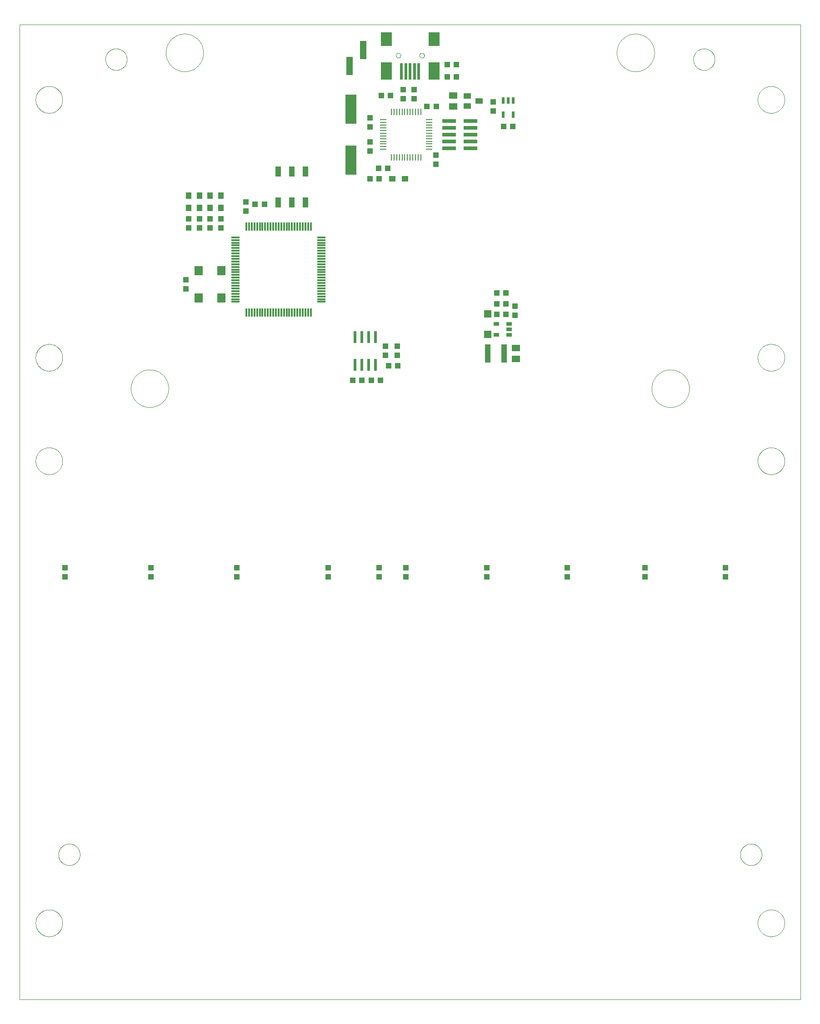
<source format=gbp>
G75*
%MOIN*%
%OFA0B0*%
%FSLAX25Y25*%
%IPPOS*%
%LPD*%
%AMOC8*
5,1,8,0,0,1.08239X$1,22.5*
%
%ADD10C,0.00000*%
%ADD11R,0.06299X0.05118*%
%ADD12R,0.03937X0.04331*%
%ADD13R,0.04331X0.03937*%
%ADD14R,0.04331X0.04921*%
%ADD15R,0.04921X0.04331*%
%ADD16R,0.05512X0.05512*%
%ADD17R,0.05000X0.13504*%
%ADD18R,0.04331X0.13386*%
%ADD19R,0.05512X0.03937*%
%ADD20R,0.03937X0.02756*%
%ADD21R,0.02165X0.04724*%
%ADD22R,0.04500X0.01000*%
%ADD23R,0.01000X0.04500*%
%ADD24R,0.07874X0.09843*%
%ADD25R,0.07874X0.12992*%
%ADD26R,0.01969X0.12205*%
%ADD27R,0.07874X0.21654*%
%ADD28R,0.06299X0.07087*%
%ADD29R,0.05906X0.01378*%
%ADD30R,0.01378X0.05906*%
%ADD31R,0.04016X0.07480*%
%ADD32R,0.09843X0.02559*%
%ADD33R,0.02362X0.08661*%
D10*
X0001000Y0001000D02*
X0001000Y0715567D01*
X0573835Y0715567D01*
X0573835Y0001000D01*
X0001000Y0001000D01*
X0012811Y0057102D02*
X0012814Y0057344D01*
X0012823Y0057585D01*
X0012838Y0057826D01*
X0012858Y0058067D01*
X0012885Y0058307D01*
X0012918Y0058546D01*
X0012956Y0058785D01*
X0013000Y0059022D01*
X0013050Y0059259D01*
X0013106Y0059494D01*
X0013168Y0059727D01*
X0013235Y0059959D01*
X0013308Y0060190D01*
X0013386Y0060418D01*
X0013471Y0060644D01*
X0013560Y0060869D01*
X0013655Y0061091D01*
X0013756Y0061310D01*
X0013862Y0061528D01*
X0013973Y0061742D01*
X0014090Y0061954D01*
X0014211Y0062162D01*
X0014338Y0062368D01*
X0014470Y0062570D01*
X0014607Y0062770D01*
X0014748Y0062965D01*
X0014894Y0063158D01*
X0015045Y0063346D01*
X0015201Y0063531D01*
X0015361Y0063712D01*
X0015525Y0063889D01*
X0015694Y0064062D01*
X0015867Y0064231D01*
X0016044Y0064395D01*
X0016225Y0064555D01*
X0016410Y0064711D01*
X0016598Y0064862D01*
X0016791Y0065008D01*
X0016986Y0065149D01*
X0017186Y0065286D01*
X0017388Y0065418D01*
X0017594Y0065545D01*
X0017802Y0065666D01*
X0018014Y0065783D01*
X0018228Y0065894D01*
X0018446Y0066000D01*
X0018665Y0066101D01*
X0018887Y0066196D01*
X0019112Y0066285D01*
X0019338Y0066370D01*
X0019566Y0066448D01*
X0019797Y0066521D01*
X0020029Y0066588D01*
X0020262Y0066650D01*
X0020497Y0066706D01*
X0020734Y0066756D01*
X0020971Y0066800D01*
X0021210Y0066838D01*
X0021449Y0066871D01*
X0021689Y0066898D01*
X0021930Y0066918D01*
X0022171Y0066933D01*
X0022412Y0066942D01*
X0022654Y0066945D01*
X0022896Y0066942D01*
X0023137Y0066933D01*
X0023378Y0066918D01*
X0023619Y0066898D01*
X0023859Y0066871D01*
X0024098Y0066838D01*
X0024337Y0066800D01*
X0024574Y0066756D01*
X0024811Y0066706D01*
X0025046Y0066650D01*
X0025279Y0066588D01*
X0025511Y0066521D01*
X0025742Y0066448D01*
X0025970Y0066370D01*
X0026196Y0066285D01*
X0026421Y0066196D01*
X0026643Y0066101D01*
X0026862Y0066000D01*
X0027080Y0065894D01*
X0027294Y0065783D01*
X0027506Y0065666D01*
X0027714Y0065545D01*
X0027920Y0065418D01*
X0028122Y0065286D01*
X0028322Y0065149D01*
X0028517Y0065008D01*
X0028710Y0064862D01*
X0028898Y0064711D01*
X0029083Y0064555D01*
X0029264Y0064395D01*
X0029441Y0064231D01*
X0029614Y0064062D01*
X0029783Y0063889D01*
X0029947Y0063712D01*
X0030107Y0063531D01*
X0030263Y0063346D01*
X0030414Y0063158D01*
X0030560Y0062965D01*
X0030701Y0062770D01*
X0030838Y0062570D01*
X0030970Y0062368D01*
X0031097Y0062162D01*
X0031218Y0061954D01*
X0031335Y0061742D01*
X0031446Y0061528D01*
X0031552Y0061310D01*
X0031653Y0061091D01*
X0031748Y0060869D01*
X0031837Y0060644D01*
X0031922Y0060418D01*
X0032000Y0060190D01*
X0032073Y0059959D01*
X0032140Y0059727D01*
X0032202Y0059494D01*
X0032258Y0059259D01*
X0032308Y0059022D01*
X0032352Y0058785D01*
X0032390Y0058546D01*
X0032423Y0058307D01*
X0032450Y0058067D01*
X0032470Y0057826D01*
X0032485Y0057585D01*
X0032494Y0057344D01*
X0032497Y0057102D01*
X0032494Y0056860D01*
X0032485Y0056619D01*
X0032470Y0056378D01*
X0032450Y0056137D01*
X0032423Y0055897D01*
X0032390Y0055658D01*
X0032352Y0055419D01*
X0032308Y0055182D01*
X0032258Y0054945D01*
X0032202Y0054710D01*
X0032140Y0054477D01*
X0032073Y0054245D01*
X0032000Y0054014D01*
X0031922Y0053786D01*
X0031837Y0053560D01*
X0031748Y0053335D01*
X0031653Y0053113D01*
X0031552Y0052894D01*
X0031446Y0052676D01*
X0031335Y0052462D01*
X0031218Y0052250D01*
X0031097Y0052042D01*
X0030970Y0051836D01*
X0030838Y0051634D01*
X0030701Y0051434D01*
X0030560Y0051239D01*
X0030414Y0051046D01*
X0030263Y0050858D01*
X0030107Y0050673D01*
X0029947Y0050492D01*
X0029783Y0050315D01*
X0029614Y0050142D01*
X0029441Y0049973D01*
X0029264Y0049809D01*
X0029083Y0049649D01*
X0028898Y0049493D01*
X0028710Y0049342D01*
X0028517Y0049196D01*
X0028322Y0049055D01*
X0028122Y0048918D01*
X0027920Y0048786D01*
X0027714Y0048659D01*
X0027506Y0048538D01*
X0027294Y0048421D01*
X0027080Y0048310D01*
X0026862Y0048204D01*
X0026643Y0048103D01*
X0026421Y0048008D01*
X0026196Y0047919D01*
X0025970Y0047834D01*
X0025742Y0047756D01*
X0025511Y0047683D01*
X0025279Y0047616D01*
X0025046Y0047554D01*
X0024811Y0047498D01*
X0024574Y0047448D01*
X0024337Y0047404D01*
X0024098Y0047366D01*
X0023859Y0047333D01*
X0023619Y0047306D01*
X0023378Y0047286D01*
X0023137Y0047271D01*
X0022896Y0047262D01*
X0022654Y0047259D01*
X0022412Y0047262D01*
X0022171Y0047271D01*
X0021930Y0047286D01*
X0021689Y0047306D01*
X0021449Y0047333D01*
X0021210Y0047366D01*
X0020971Y0047404D01*
X0020734Y0047448D01*
X0020497Y0047498D01*
X0020262Y0047554D01*
X0020029Y0047616D01*
X0019797Y0047683D01*
X0019566Y0047756D01*
X0019338Y0047834D01*
X0019112Y0047919D01*
X0018887Y0048008D01*
X0018665Y0048103D01*
X0018446Y0048204D01*
X0018228Y0048310D01*
X0018014Y0048421D01*
X0017802Y0048538D01*
X0017594Y0048659D01*
X0017388Y0048786D01*
X0017186Y0048918D01*
X0016986Y0049055D01*
X0016791Y0049196D01*
X0016598Y0049342D01*
X0016410Y0049493D01*
X0016225Y0049649D01*
X0016044Y0049809D01*
X0015867Y0049973D01*
X0015694Y0050142D01*
X0015525Y0050315D01*
X0015361Y0050492D01*
X0015201Y0050673D01*
X0015045Y0050858D01*
X0014894Y0051046D01*
X0014748Y0051239D01*
X0014607Y0051434D01*
X0014470Y0051634D01*
X0014338Y0051836D01*
X0014211Y0052042D01*
X0014090Y0052250D01*
X0013973Y0052462D01*
X0013862Y0052676D01*
X0013756Y0052894D01*
X0013655Y0053113D01*
X0013560Y0053335D01*
X0013471Y0053560D01*
X0013386Y0053786D01*
X0013308Y0054014D01*
X0013235Y0054245D01*
X0013168Y0054477D01*
X0013106Y0054710D01*
X0013050Y0054945D01*
X0013000Y0055182D01*
X0012956Y0055419D01*
X0012918Y0055658D01*
X0012885Y0055897D01*
X0012858Y0056137D01*
X0012838Y0056378D01*
X0012823Y0056619D01*
X0012814Y0056860D01*
X0012811Y0057102D01*
X0029543Y0107299D02*
X0029545Y0107492D01*
X0029552Y0107685D01*
X0029564Y0107878D01*
X0029581Y0108071D01*
X0029602Y0108263D01*
X0029628Y0108454D01*
X0029659Y0108645D01*
X0029694Y0108835D01*
X0029734Y0109024D01*
X0029779Y0109212D01*
X0029828Y0109399D01*
X0029882Y0109585D01*
X0029940Y0109769D01*
X0030003Y0109952D01*
X0030071Y0110133D01*
X0030142Y0110312D01*
X0030219Y0110490D01*
X0030299Y0110666D01*
X0030384Y0110839D01*
X0030473Y0111011D01*
X0030566Y0111180D01*
X0030663Y0111347D01*
X0030765Y0111512D01*
X0030870Y0111674D01*
X0030979Y0111833D01*
X0031093Y0111990D01*
X0031210Y0112143D01*
X0031330Y0112294D01*
X0031455Y0112442D01*
X0031583Y0112587D01*
X0031714Y0112728D01*
X0031849Y0112867D01*
X0031988Y0113002D01*
X0032129Y0113133D01*
X0032274Y0113261D01*
X0032422Y0113386D01*
X0032573Y0113506D01*
X0032726Y0113623D01*
X0032883Y0113737D01*
X0033042Y0113846D01*
X0033204Y0113951D01*
X0033369Y0114053D01*
X0033536Y0114150D01*
X0033705Y0114243D01*
X0033877Y0114332D01*
X0034050Y0114417D01*
X0034226Y0114497D01*
X0034404Y0114574D01*
X0034583Y0114645D01*
X0034764Y0114713D01*
X0034947Y0114776D01*
X0035131Y0114834D01*
X0035317Y0114888D01*
X0035504Y0114937D01*
X0035692Y0114982D01*
X0035881Y0115022D01*
X0036071Y0115057D01*
X0036262Y0115088D01*
X0036453Y0115114D01*
X0036645Y0115135D01*
X0036838Y0115152D01*
X0037031Y0115164D01*
X0037224Y0115171D01*
X0037417Y0115173D01*
X0037610Y0115171D01*
X0037803Y0115164D01*
X0037996Y0115152D01*
X0038189Y0115135D01*
X0038381Y0115114D01*
X0038572Y0115088D01*
X0038763Y0115057D01*
X0038953Y0115022D01*
X0039142Y0114982D01*
X0039330Y0114937D01*
X0039517Y0114888D01*
X0039703Y0114834D01*
X0039887Y0114776D01*
X0040070Y0114713D01*
X0040251Y0114645D01*
X0040430Y0114574D01*
X0040608Y0114497D01*
X0040784Y0114417D01*
X0040957Y0114332D01*
X0041129Y0114243D01*
X0041298Y0114150D01*
X0041465Y0114053D01*
X0041630Y0113951D01*
X0041792Y0113846D01*
X0041951Y0113737D01*
X0042108Y0113623D01*
X0042261Y0113506D01*
X0042412Y0113386D01*
X0042560Y0113261D01*
X0042705Y0113133D01*
X0042846Y0113002D01*
X0042985Y0112867D01*
X0043120Y0112728D01*
X0043251Y0112587D01*
X0043379Y0112442D01*
X0043504Y0112294D01*
X0043624Y0112143D01*
X0043741Y0111990D01*
X0043855Y0111833D01*
X0043964Y0111674D01*
X0044069Y0111512D01*
X0044171Y0111347D01*
X0044268Y0111180D01*
X0044361Y0111011D01*
X0044450Y0110839D01*
X0044535Y0110666D01*
X0044615Y0110490D01*
X0044692Y0110312D01*
X0044763Y0110133D01*
X0044831Y0109952D01*
X0044894Y0109769D01*
X0044952Y0109585D01*
X0045006Y0109399D01*
X0045055Y0109212D01*
X0045100Y0109024D01*
X0045140Y0108835D01*
X0045175Y0108645D01*
X0045206Y0108454D01*
X0045232Y0108263D01*
X0045253Y0108071D01*
X0045270Y0107878D01*
X0045282Y0107685D01*
X0045289Y0107492D01*
X0045291Y0107299D01*
X0045289Y0107106D01*
X0045282Y0106913D01*
X0045270Y0106720D01*
X0045253Y0106527D01*
X0045232Y0106335D01*
X0045206Y0106144D01*
X0045175Y0105953D01*
X0045140Y0105763D01*
X0045100Y0105574D01*
X0045055Y0105386D01*
X0045006Y0105199D01*
X0044952Y0105013D01*
X0044894Y0104829D01*
X0044831Y0104646D01*
X0044763Y0104465D01*
X0044692Y0104286D01*
X0044615Y0104108D01*
X0044535Y0103932D01*
X0044450Y0103759D01*
X0044361Y0103587D01*
X0044268Y0103418D01*
X0044171Y0103251D01*
X0044069Y0103086D01*
X0043964Y0102924D01*
X0043855Y0102765D01*
X0043741Y0102608D01*
X0043624Y0102455D01*
X0043504Y0102304D01*
X0043379Y0102156D01*
X0043251Y0102011D01*
X0043120Y0101870D01*
X0042985Y0101731D01*
X0042846Y0101596D01*
X0042705Y0101465D01*
X0042560Y0101337D01*
X0042412Y0101212D01*
X0042261Y0101092D01*
X0042108Y0100975D01*
X0041951Y0100861D01*
X0041792Y0100752D01*
X0041630Y0100647D01*
X0041465Y0100545D01*
X0041298Y0100448D01*
X0041129Y0100355D01*
X0040957Y0100266D01*
X0040784Y0100181D01*
X0040608Y0100101D01*
X0040430Y0100024D01*
X0040251Y0099953D01*
X0040070Y0099885D01*
X0039887Y0099822D01*
X0039703Y0099764D01*
X0039517Y0099710D01*
X0039330Y0099661D01*
X0039142Y0099616D01*
X0038953Y0099576D01*
X0038763Y0099541D01*
X0038572Y0099510D01*
X0038381Y0099484D01*
X0038189Y0099463D01*
X0037996Y0099446D01*
X0037803Y0099434D01*
X0037610Y0099427D01*
X0037417Y0099425D01*
X0037224Y0099427D01*
X0037031Y0099434D01*
X0036838Y0099446D01*
X0036645Y0099463D01*
X0036453Y0099484D01*
X0036262Y0099510D01*
X0036071Y0099541D01*
X0035881Y0099576D01*
X0035692Y0099616D01*
X0035504Y0099661D01*
X0035317Y0099710D01*
X0035131Y0099764D01*
X0034947Y0099822D01*
X0034764Y0099885D01*
X0034583Y0099953D01*
X0034404Y0100024D01*
X0034226Y0100101D01*
X0034050Y0100181D01*
X0033877Y0100266D01*
X0033705Y0100355D01*
X0033536Y0100448D01*
X0033369Y0100545D01*
X0033204Y0100647D01*
X0033042Y0100752D01*
X0032883Y0100861D01*
X0032726Y0100975D01*
X0032573Y0101092D01*
X0032422Y0101212D01*
X0032274Y0101337D01*
X0032129Y0101465D01*
X0031988Y0101596D01*
X0031849Y0101731D01*
X0031714Y0101870D01*
X0031583Y0102011D01*
X0031455Y0102156D01*
X0031330Y0102304D01*
X0031210Y0102455D01*
X0031093Y0102608D01*
X0030979Y0102765D01*
X0030870Y0102924D01*
X0030765Y0103086D01*
X0030663Y0103251D01*
X0030566Y0103418D01*
X0030473Y0103587D01*
X0030384Y0103759D01*
X0030299Y0103932D01*
X0030219Y0104108D01*
X0030142Y0104286D01*
X0030071Y0104465D01*
X0030003Y0104646D01*
X0029940Y0104829D01*
X0029882Y0105013D01*
X0029828Y0105199D01*
X0029779Y0105386D01*
X0029734Y0105574D01*
X0029694Y0105763D01*
X0029659Y0105953D01*
X0029628Y0106144D01*
X0029602Y0106335D01*
X0029581Y0106527D01*
X0029564Y0106720D01*
X0029552Y0106913D01*
X0029545Y0107106D01*
X0029543Y0107299D01*
X0012811Y0395685D02*
X0012814Y0395927D01*
X0012823Y0396168D01*
X0012838Y0396409D01*
X0012858Y0396650D01*
X0012885Y0396890D01*
X0012918Y0397129D01*
X0012956Y0397368D01*
X0013000Y0397605D01*
X0013050Y0397842D01*
X0013106Y0398077D01*
X0013168Y0398310D01*
X0013235Y0398542D01*
X0013308Y0398773D01*
X0013386Y0399001D01*
X0013471Y0399227D01*
X0013560Y0399452D01*
X0013655Y0399674D01*
X0013756Y0399893D01*
X0013862Y0400111D01*
X0013973Y0400325D01*
X0014090Y0400537D01*
X0014211Y0400745D01*
X0014338Y0400951D01*
X0014470Y0401153D01*
X0014607Y0401353D01*
X0014748Y0401548D01*
X0014894Y0401741D01*
X0015045Y0401929D01*
X0015201Y0402114D01*
X0015361Y0402295D01*
X0015525Y0402472D01*
X0015694Y0402645D01*
X0015867Y0402814D01*
X0016044Y0402978D01*
X0016225Y0403138D01*
X0016410Y0403294D01*
X0016598Y0403445D01*
X0016791Y0403591D01*
X0016986Y0403732D01*
X0017186Y0403869D01*
X0017388Y0404001D01*
X0017594Y0404128D01*
X0017802Y0404249D01*
X0018014Y0404366D01*
X0018228Y0404477D01*
X0018446Y0404583D01*
X0018665Y0404684D01*
X0018887Y0404779D01*
X0019112Y0404868D01*
X0019338Y0404953D01*
X0019566Y0405031D01*
X0019797Y0405104D01*
X0020029Y0405171D01*
X0020262Y0405233D01*
X0020497Y0405289D01*
X0020734Y0405339D01*
X0020971Y0405383D01*
X0021210Y0405421D01*
X0021449Y0405454D01*
X0021689Y0405481D01*
X0021930Y0405501D01*
X0022171Y0405516D01*
X0022412Y0405525D01*
X0022654Y0405528D01*
X0022896Y0405525D01*
X0023137Y0405516D01*
X0023378Y0405501D01*
X0023619Y0405481D01*
X0023859Y0405454D01*
X0024098Y0405421D01*
X0024337Y0405383D01*
X0024574Y0405339D01*
X0024811Y0405289D01*
X0025046Y0405233D01*
X0025279Y0405171D01*
X0025511Y0405104D01*
X0025742Y0405031D01*
X0025970Y0404953D01*
X0026196Y0404868D01*
X0026421Y0404779D01*
X0026643Y0404684D01*
X0026862Y0404583D01*
X0027080Y0404477D01*
X0027294Y0404366D01*
X0027506Y0404249D01*
X0027714Y0404128D01*
X0027920Y0404001D01*
X0028122Y0403869D01*
X0028322Y0403732D01*
X0028517Y0403591D01*
X0028710Y0403445D01*
X0028898Y0403294D01*
X0029083Y0403138D01*
X0029264Y0402978D01*
X0029441Y0402814D01*
X0029614Y0402645D01*
X0029783Y0402472D01*
X0029947Y0402295D01*
X0030107Y0402114D01*
X0030263Y0401929D01*
X0030414Y0401741D01*
X0030560Y0401548D01*
X0030701Y0401353D01*
X0030838Y0401153D01*
X0030970Y0400951D01*
X0031097Y0400745D01*
X0031218Y0400537D01*
X0031335Y0400325D01*
X0031446Y0400111D01*
X0031552Y0399893D01*
X0031653Y0399674D01*
X0031748Y0399452D01*
X0031837Y0399227D01*
X0031922Y0399001D01*
X0032000Y0398773D01*
X0032073Y0398542D01*
X0032140Y0398310D01*
X0032202Y0398077D01*
X0032258Y0397842D01*
X0032308Y0397605D01*
X0032352Y0397368D01*
X0032390Y0397129D01*
X0032423Y0396890D01*
X0032450Y0396650D01*
X0032470Y0396409D01*
X0032485Y0396168D01*
X0032494Y0395927D01*
X0032497Y0395685D01*
X0032494Y0395443D01*
X0032485Y0395202D01*
X0032470Y0394961D01*
X0032450Y0394720D01*
X0032423Y0394480D01*
X0032390Y0394241D01*
X0032352Y0394002D01*
X0032308Y0393765D01*
X0032258Y0393528D01*
X0032202Y0393293D01*
X0032140Y0393060D01*
X0032073Y0392828D01*
X0032000Y0392597D01*
X0031922Y0392369D01*
X0031837Y0392143D01*
X0031748Y0391918D01*
X0031653Y0391696D01*
X0031552Y0391477D01*
X0031446Y0391259D01*
X0031335Y0391045D01*
X0031218Y0390833D01*
X0031097Y0390625D01*
X0030970Y0390419D01*
X0030838Y0390217D01*
X0030701Y0390017D01*
X0030560Y0389822D01*
X0030414Y0389629D01*
X0030263Y0389441D01*
X0030107Y0389256D01*
X0029947Y0389075D01*
X0029783Y0388898D01*
X0029614Y0388725D01*
X0029441Y0388556D01*
X0029264Y0388392D01*
X0029083Y0388232D01*
X0028898Y0388076D01*
X0028710Y0387925D01*
X0028517Y0387779D01*
X0028322Y0387638D01*
X0028122Y0387501D01*
X0027920Y0387369D01*
X0027714Y0387242D01*
X0027506Y0387121D01*
X0027294Y0387004D01*
X0027080Y0386893D01*
X0026862Y0386787D01*
X0026643Y0386686D01*
X0026421Y0386591D01*
X0026196Y0386502D01*
X0025970Y0386417D01*
X0025742Y0386339D01*
X0025511Y0386266D01*
X0025279Y0386199D01*
X0025046Y0386137D01*
X0024811Y0386081D01*
X0024574Y0386031D01*
X0024337Y0385987D01*
X0024098Y0385949D01*
X0023859Y0385916D01*
X0023619Y0385889D01*
X0023378Y0385869D01*
X0023137Y0385854D01*
X0022896Y0385845D01*
X0022654Y0385842D01*
X0022412Y0385845D01*
X0022171Y0385854D01*
X0021930Y0385869D01*
X0021689Y0385889D01*
X0021449Y0385916D01*
X0021210Y0385949D01*
X0020971Y0385987D01*
X0020734Y0386031D01*
X0020497Y0386081D01*
X0020262Y0386137D01*
X0020029Y0386199D01*
X0019797Y0386266D01*
X0019566Y0386339D01*
X0019338Y0386417D01*
X0019112Y0386502D01*
X0018887Y0386591D01*
X0018665Y0386686D01*
X0018446Y0386787D01*
X0018228Y0386893D01*
X0018014Y0387004D01*
X0017802Y0387121D01*
X0017594Y0387242D01*
X0017388Y0387369D01*
X0017186Y0387501D01*
X0016986Y0387638D01*
X0016791Y0387779D01*
X0016598Y0387925D01*
X0016410Y0388076D01*
X0016225Y0388232D01*
X0016044Y0388392D01*
X0015867Y0388556D01*
X0015694Y0388725D01*
X0015525Y0388898D01*
X0015361Y0389075D01*
X0015201Y0389256D01*
X0015045Y0389441D01*
X0014894Y0389629D01*
X0014748Y0389822D01*
X0014607Y0390017D01*
X0014470Y0390217D01*
X0014338Y0390419D01*
X0014211Y0390625D01*
X0014090Y0390833D01*
X0013973Y0391045D01*
X0013862Y0391259D01*
X0013756Y0391477D01*
X0013655Y0391696D01*
X0013560Y0391918D01*
X0013471Y0392143D01*
X0013386Y0392369D01*
X0013308Y0392597D01*
X0013235Y0392828D01*
X0013168Y0393060D01*
X0013106Y0393293D01*
X0013050Y0393528D01*
X0013000Y0393765D01*
X0012956Y0394002D01*
X0012918Y0394241D01*
X0012885Y0394480D01*
X0012858Y0394720D01*
X0012838Y0394961D01*
X0012823Y0395202D01*
X0012814Y0395443D01*
X0012811Y0395685D01*
X0012811Y0471472D02*
X0012814Y0471714D01*
X0012823Y0471955D01*
X0012838Y0472196D01*
X0012858Y0472437D01*
X0012885Y0472677D01*
X0012918Y0472916D01*
X0012956Y0473155D01*
X0013000Y0473392D01*
X0013050Y0473629D01*
X0013106Y0473864D01*
X0013168Y0474097D01*
X0013235Y0474329D01*
X0013308Y0474560D01*
X0013386Y0474788D01*
X0013471Y0475014D01*
X0013560Y0475239D01*
X0013655Y0475461D01*
X0013756Y0475680D01*
X0013862Y0475898D01*
X0013973Y0476112D01*
X0014090Y0476324D01*
X0014211Y0476532D01*
X0014338Y0476738D01*
X0014470Y0476940D01*
X0014607Y0477140D01*
X0014748Y0477335D01*
X0014894Y0477528D01*
X0015045Y0477716D01*
X0015201Y0477901D01*
X0015361Y0478082D01*
X0015525Y0478259D01*
X0015694Y0478432D01*
X0015867Y0478601D01*
X0016044Y0478765D01*
X0016225Y0478925D01*
X0016410Y0479081D01*
X0016598Y0479232D01*
X0016791Y0479378D01*
X0016986Y0479519D01*
X0017186Y0479656D01*
X0017388Y0479788D01*
X0017594Y0479915D01*
X0017802Y0480036D01*
X0018014Y0480153D01*
X0018228Y0480264D01*
X0018446Y0480370D01*
X0018665Y0480471D01*
X0018887Y0480566D01*
X0019112Y0480655D01*
X0019338Y0480740D01*
X0019566Y0480818D01*
X0019797Y0480891D01*
X0020029Y0480958D01*
X0020262Y0481020D01*
X0020497Y0481076D01*
X0020734Y0481126D01*
X0020971Y0481170D01*
X0021210Y0481208D01*
X0021449Y0481241D01*
X0021689Y0481268D01*
X0021930Y0481288D01*
X0022171Y0481303D01*
X0022412Y0481312D01*
X0022654Y0481315D01*
X0022896Y0481312D01*
X0023137Y0481303D01*
X0023378Y0481288D01*
X0023619Y0481268D01*
X0023859Y0481241D01*
X0024098Y0481208D01*
X0024337Y0481170D01*
X0024574Y0481126D01*
X0024811Y0481076D01*
X0025046Y0481020D01*
X0025279Y0480958D01*
X0025511Y0480891D01*
X0025742Y0480818D01*
X0025970Y0480740D01*
X0026196Y0480655D01*
X0026421Y0480566D01*
X0026643Y0480471D01*
X0026862Y0480370D01*
X0027080Y0480264D01*
X0027294Y0480153D01*
X0027506Y0480036D01*
X0027714Y0479915D01*
X0027920Y0479788D01*
X0028122Y0479656D01*
X0028322Y0479519D01*
X0028517Y0479378D01*
X0028710Y0479232D01*
X0028898Y0479081D01*
X0029083Y0478925D01*
X0029264Y0478765D01*
X0029441Y0478601D01*
X0029614Y0478432D01*
X0029783Y0478259D01*
X0029947Y0478082D01*
X0030107Y0477901D01*
X0030263Y0477716D01*
X0030414Y0477528D01*
X0030560Y0477335D01*
X0030701Y0477140D01*
X0030838Y0476940D01*
X0030970Y0476738D01*
X0031097Y0476532D01*
X0031218Y0476324D01*
X0031335Y0476112D01*
X0031446Y0475898D01*
X0031552Y0475680D01*
X0031653Y0475461D01*
X0031748Y0475239D01*
X0031837Y0475014D01*
X0031922Y0474788D01*
X0032000Y0474560D01*
X0032073Y0474329D01*
X0032140Y0474097D01*
X0032202Y0473864D01*
X0032258Y0473629D01*
X0032308Y0473392D01*
X0032352Y0473155D01*
X0032390Y0472916D01*
X0032423Y0472677D01*
X0032450Y0472437D01*
X0032470Y0472196D01*
X0032485Y0471955D01*
X0032494Y0471714D01*
X0032497Y0471472D01*
X0032494Y0471230D01*
X0032485Y0470989D01*
X0032470Y0470748D01*
X0032450Y0470507D01*
X0032423Y0470267D01*
X0032390Y0470028D01*
X0032352Y0469789D01*
X0032308Y0469552D01*
X0032258Y0469315D01*
X0032202Y0469080D01*
X0032140Y0468847D01*
X0032073Y0468615D01*
X0032000Y0468384D01*
X0031922Y0468156D01*
X0031837Y0467930D01*
X0031748Y0467705D01*
X0031653Y0467483D01*
X0031552Y0467264D01*
X0031446Y0467046D01*
X0031335Y0466832D01*
X0031218Y0466620D01*
X0031097Y0466412D01*
X0030970Y0466206D01*
X0030838Y0466004D01*
X0030701Y0465804D01*
X0030560Y0465609D01*
X0030414Y0465416D01*
X0030263Y0465228D01*
X0030107Y0465043D01*
X0029947Y0464862D01*
X0029783Y0464685D01*
X0029614Y0464512D01*
X0029441Y0464343D01*
X0029264Y0464179D01*
X0029083Y0464019D01*
X0028898Y0463863D01*
X0028710Y0463712D01*
X0028517Y0463566D01*
X0028322Y0463425D01*
X0028122Y0463288D01*
X0027920Y0463156D01*
X0027714Y0463029D01*
X0027506Y0462908D01*
X0027294Y0462791D01*
X0027080Y0462680D01*
X0026862Y0462574D01*
X0026643Y0462473D01*
X0026421Y0462378D01*
X0026196Y0462289D01*
X0025970Y0462204D01*
X0025742Y0462126D01*
X0025511Y0462053D01*
X0025279Y0461986D01*
X0025046Y0461924D01*
X0024811Y0461868D01*
X0024574Y0461818D01*
X0024337Y0461774D01*
X0024098Y0461736D01*
X0023859Y0461703D01*
X0023619Y0461676D01*
X0023378Y0461656D01*
X0023137Y0461641D01*
X0022896Y0461632D01*
X0022654Y0461629D01*
X0022412Y0461632D01*
X0022171Y0461641D01*
X0021930Y0461656D01*
X0021689Y0461676D01*
X0021449Y0461703D01*
X0021210Y0461736D01*
X0020971Y0461774D01*
X0020734Y0461818D01*
X0020497Y0461868D01*
X0020262Y0461924D01*
X0020029Y0461986D01*
X0019797Y0462053D01*
X0019566Y0462126D01*
X0019338Y0462204D01*
X0019112Y0462289D01*
X0018887Y0462378D01*
X0018665Y0462473D01*
X0018446Y0462574D01*
X0018228Y0462680D01*
X0018014Y0462791D01*
X0017802Y0462908D01*
X0017594Y0463029D01*
X0017388Y0463156D01*
X0017186Y0463288D01*
X0016986Y0463425D01*
X0016791Y0463566D01*
X0016598Y0463712D01*
X0016410Y0463863D01*
X0016225Y0464019D01*
X0016044Y0464179D01*
X0015867Y0464343D01*
X0015694Y0464512D01*
X0015525Y0464685D01*
X0015361Y0464862D01*
X0015201Y0465043D01*
X0015045Y0465228D01*
X0014894Y0465416D01*
X0014748Y0465609D01*
X0014607Y0465804D01*
X0014470Y0466004D01*
X0014338Y0466206D01*
X0014211Y0466412D01*
X0014090Y0466620D01*
X0013973Y0466832D01*
X0013862Y0467046D01*
X0013756Y0467264D01*
X0013655Y0467483D01*
X0013560Y0467705D01*
X0013471Y0467930D01*
X0013386Y0468156D01*
X0013308Y0468384D01*
X0013235Y0468615D01*
X0013168Y0468847D01*
X0013106Y0469080D01*
X0013050Y0469315D01*
X0013000Y0469552D01*
X0012956Y0469789D01*
X0012918Y0470028D01*
X0012885Y0470267D01*
X0012858Y0470507D01*
X0012838Y0470748D01*
X0012823Y0470989D01*
X0012814Y0471230D01*
X0012811Y0471472D01*
X0082692Y0448835D02*
X0082696Y0449173D01*
X0082709Y0449511D01*
X0082729Y0449849D01*
X0082758Y0450186D01*
X0082796Y0450522D01*
X0082841Y0450857D01*
X0082895Y0451191D01*
X0082957Y0451523D01*
X0083027Y0451854D01*
X0083105Y0452183D01*
X0083191Y0452510D01*
X0083285Y0452835D01*
X0083388Y0453158D01*
X0083498Y0453477D01*
X0083615Y0453794D01*
X0083741Y0454108D01*
X0083874Y0454419D01*
X0084015Y0454727D01*
X0084163Y0455031D01*
X0084319Y0455331D01*
X0084482Y0455627D01*
X0084652Y0455919D01*
X0084830Y0456207D01*
X0085014Y0456491D01*
X0085206Y0456770D01*
X0085404Y0457044D01*
X0085609Y0457313D01*
X0085820Y0457577D01*
X0086038Y0457836D01*
X0086262Y0458089D01*
X0086492Y0458337D01*
X0086728Y0458579D01*
X0086970Y0458815D01*
X0087218Y0459045D01*
X0087471Y0459269D01*
X0087730Y0459487D01*
X0087994Y0459698D01*
X0088263Y0459903D01*
X0088537Y0460101D01*
X0088816Y0460293D01*
X0089100Y0460477D01*
X0089388Y0460655D01*
X0089680Y0460825D01*
X0089976Y0460988D01*
X0090276Y0461144D01*
X0090580Y0461292D01*
X0090888Y0461433D01*
X0091199Y0461566D01*
X0091513Y0461692D01*
X0091830Y0461809D01*
X0092149Y0461919D01*
X0092472Y0462022D01*
X0092797Y0462116D01*
X0093124Y0462202D01*
X0093453Y0462280D01*
X0093784Y0462350D01*
X0094116Y0462412D01*
X0094450Y0462466D01*
X0094785Y0462511D01*
X0095121Y0462549D01*
X0095458Y0462578D01*
X0095796Y0462598D01*
X0096134Y0462611D01*
X0096472Y0462615D01*
X0096810Y0462611D01*
X0097148Y0462598D01*
X0097486Y0462578D01*
X0097823Y0462549D01*
X0098159Y0462511D01*
X0098494Y0462466D01*
X0098828Y0462412D01*
X0099160Y0462350D01*
X0099491Y0462280D01*
X0099820Y0462202D01*
X0100147Y0462116D01*
X0100472Y0462022D01*
X0100795Y0461919D01*
X0101114Y0461809D01*
X0101431Y0461692D01*
X0101745Y0461566D01*
X0102056Y0461433D01*
X0102364Y0461292D01*
X0102668Y0461144D01*
X0102968Y0460988D01*
X0103264Y0460825D01*
X0103556Y0460655D01*
X0103844Y0460477D01*
X0104128Y0460293D01*
X0104407Y0460101D01*
X0104681Y0459903D01*
X0104950Y0459698D01*
X0105214Y0459487D01*
X0105473Y0459269D01*
X0105726Y0459045D01*
X0105974Y0458815D01*
X0106216Y0458579D01*
X0106452Y0458337D01*
X0106682Y0458089D01*
X0106906Y0457836D01*
X0107124Y0457577D01*
X0107335Y0457313D01*
X0107540Y0457044D01*
X0107738Y0456770D01*
X0107930Y0456491D01*
X0108114Y0456207D01*
X0108292Y0455919D01*
X0108462Y0455627D01*
X0108625Y0455331D01*
X0108781Y0455031D01*
X0108929Y0454727D01*
X0109070Y0454419D01*
X0109203Y0454108D01*
X0109329Y0453794D01*
X0109446Y0453477D01*
X0109556Y0453158D01*
X0109659Y0452835D01*
X0109753Y0452510D01*
X0109839Y0452183D01*
X0109917Y0451854D01*
X0109987Y0451523D01*
X0110049Y0451191D01*
X0110103Y0450857D01*
X0110148Y0450522D01*
X0110186Y0450186D01*
X0110215Y0449849D01*
X0110235Y0449511D01*
X0110248Y0449173D01*
X0110252Y0448835D01*
X0110248Y0448497D01*
X0110235Y0448159D01*
X0110215Y0447821D01*
X0110186Y0447484D01*
X0110148Y0447148D01*
X0110103Y0446813D01*
X0110049Y0446479D01*
X0109987Y0446147D01*
X0109917Y0445816D01*
X0109839Y0445487D01*
X0109753Y0445160D01*
X0109659Y0444835D01*
X0109556Y0444512D01*
X0109446Y0444193D01*
X0109329Y0443876D01*
X0109203Y0443562D01*
X0109070Y0443251D01*
X0108929Y0442943D01*
X0108781Y0442639D01*
X0108625Y0442339D01*
X0108462Y0442043D01*
X0108292Y0441751D01*
X0108114Y0441463D01*
X0107930Y0441179D01*
X0107738Y0440900D01*
X0107540Y0440626D01*
X0107335Y0440357D01*
X0107124Y0440093D01*
X0106906Y0439834D01*
X0106682Y0439581D01*
X0106452Y0439333D01*
X0106216Y0439091D01*
X0105974Y0438855D01*
X0105726Y0438625D01*
X0105473Y0438401D01*
X0105214Y0438183D01*
X0104950Y0437972D01*
X0104681Y0437767D01*
X0104407Y0437569D01*
X0104128Y0437377D01*
X0103844Y0437193D01*
X0103556Y0437015D01*
X0103264Y0436845D01*
X0102968Y0436682D01*
X0102668Y0436526D01*
X0102364Y0436378D01*
X0102056Y0436237D01*
X0101745Y0436104D01*
X0101431Y0435978D01*
X0101114Y0435861D01*
X0100795Y0435751D01*
X0100472Y0435648D01*
X0100147Y0435554D01*
X0099820Y0435468D01*
X0099491Y0435390D01*
X0099160Y0435320D01*
X0098828Y0435258D01*
X0098494Y0435204D01*
X0098159Y0435159D01*
X0097823Y0435121D01*
X0097486Y0435092D01*
X0097148Y0435072D01*
X0096810Y0435059D01*
X0096472Y0435055D01*
X0096134Y0435059D01*
X0095796Y0435072D01*
X0095458Y0435092D01*
X0095121Y0435121D01*
X0094785Y0435159D01*
X0094450Y0435204D01*
X0094116Y0435258D01*
X0093784Y0435320D01*
X0093453Y0435390D01*
X0093124Y0435468D01*
X0092797Y0435554D01*
X0092472Y0435648D01*
X0092149Y0435751D01*
X0091830Y0435861D01*
X0091513Y0435978D01*
X0091199Y0436104D01*
X0090888Y0436237D01*
X0090580Y0436378D01*
X0090276Y0436526D01*
X0089976Y0436682D01*
X0089680Y0436845D01*
X0089388Y0437015D01*
X0089100Y0437193D01*
X0088816Y0437377D01*
X0088537Y0437569D01*
X0088263Y0437767D01*
X0087994Y0437972D01*
X0087730Y0438183D01*
X0087471Y0438401D01*
X0087218Y0438625D01*
X0086970Y0438855D01*
X0086728Y0439091D01*
X0086492Y0439333D01*
X0086262Y0439581D01*
X0086038Y0439834D01*
X0085820Y0440093D01*
X0085609Y0440357D01*
X0085404Y0440626D01*
X0085206Y0440900D01*
X0085014Y0441179D01*
X0084830Y0441463D01*
X0084652Y0441751D01*
X0084482Y0442043D01*
X0084319Y0442339D01*
X0084163Y0442639D01*
X0084015Y0442943D01*
X0083874Y0443251D01*
X0083741Y0443562D01*
X0083615Y0443876D01*
X0083498Y0444193D01*
X0083388Y0444512D01*
X0083285Y0444835D01*
X0083191Y0445160D01*
X0083105Y0445487D01*
X0083027Y0445816D01*
X0082957Y0446147D01*
X0082895Y0446479D01*
X0082841Y0446813D01*
X0082796Y0447148D01*
X0082758Y0447484D01*
X0082729Y0447821D01*
X0082709Y0448159D01*
X0082696Y0448497D01*
X0082692Y0448835D01*
X0012811Y0660449D02*
X0012814Y0660691D01*
X0012823Y0660932D01*
X0012838Y0661173D01*
X0012858Y0661414D01*
X0012885Y0661654D01*
X0012918Y0661893D01*
X0012956Y0662132D01*
X0013000Y0662369D01*
X0013050Y0662606D01*
X0013106Y0662841D01*
X0013168Y0663074D01*
X0013235Y0663306D01*
X0013308Y0663537D01*
X0013386Y0663765D01*
X0013471Y0663991D01*
X0013560Y0664216D01*
X0013655Y0664438D01*
X0013756Y0664657D01*
X0013862Y0664875D01*
X0013973Y0665089D01*
X0014090Y0665301D01*
X0014211Y0665509D01*
X0014338Y0665715D01*
X0014470Y0665917D01*
X0014607Y0666117D01*
X0014748Y0666312D01*
X0014894Y0666505D01*
X0015045Y0666693D01*
X0015201Y0666878D01*
X0015361Y0667059D01*
X0015525Y0667236D01*
X0015694Y0667409D01*
X0015867Y0667578D01*
X0016044Y0667742D01*
X0016225Y0667902D01*
X0016410Y0668058D01*
X0016598Y0668209D01*
X0016791Y0668355D01*
X0016986Y0668496D01*
X0017186Y0668633D01*
X0017388Y0668765D01*
X0017594Y0668892D01*
X0017802Y0669013D01*
X0018014Y0669130D01*
X0018228Y0669241D01*
X0018446Y0669347D01*
X0018665Y0669448D01*
X0018887Y0669543D01*
X0019112Y0669632D01*
X0019338Y0669717D01*
X0019566Y0669795D01*
X0019797Y0669868D01*
X0020029Y0669935D01*
X0020262Y0669997D01*
X0020497Y0670053D01*
X0020734Y0670103D01*
X0020971Y0670147D01*
X0021210Y0670185D01*
X0021449Y0670218D01*
X0021689Y0670245D01*
X0021930Y0670265D01*
X0022171Y0670280D01*
X0022412Y0670289D01*
X0022654Y0670292D01*
X0022896Y0670289D01*
X0023137Y0670280D01*
X0023378Y0670265D01*
X0023619Y0670245D01*
X0023859Y0670218D01*
X0024098Y0670185D01*
X0024337Y0670147D01*
X0024574Y0670103D01*
X0024811Y0670053D01*
X0025046Y0669997D01*
X0025279Y0669935D01*
X0025511Y0669868D01*
X0025742Y0669795D01*
X0025970Y0669717D01*
X0026196Y0669632D01*
X0026421Y0669543D01*
X0026643Y0669448D01*
X0026862Y0669347D01*
X0027080Y0669241D01*
X0027294Y0669130D01*
X0027506Y0669013D01*
X0027714Y0668892D01*
X0027920Y0668765D01*
X0028122Y0668633D01*
X0028322Y0668496D01*
X0028517Y0668355D01*
X0028710Y0668209D01*
X0028898Y0668058D01*
X0029083Y0667902D01*
X0029264Y0667742D01*
X0029441Y0667578D01*
X0029614Y0667409D01*
X0029783Y0667236D01*
X0029947Y0667059D01*
X0030107Y0666878D01*
X0030263Y0666693D01*
X0030414Y0666505D01*
X0030560Y0666312D01*
X0030701Y0666117D01*
X0030838Y0665917D01*
X0030970Y0665715D01*
X0031097Y0665509D01*
X0031218Y0665301D01*
X0031335Y0665089D01*
X0031446Y0664875D01*
X0031552Y0664657D01*
X0031653Y0664438D01*
X0031748Y0664216D01*
X0031837Y0663991D01*
X0031922Y0663765D01*
X0032000Y0663537D01*
X0032073Y0663306D01*
X0032140Y0663074D01*
X0032202Y0662841D01*
X0032258Y0662606D01*
X0032308Y0662369D01*
X0032352Y0662132D01*
X0032390Y0661893D01*
X0032423Y0661654D01*
X0032450Y0661414D01*
X0032470Y0661173D01*
X0032485Y0660932D01*
X0032494Y0660691D01*
X0032497Y0660449D01*
X0032494Y0660207D01*
X0032485Y0659966D01*
X0032470Y0659725D01*
X0032450Y0659484D01*
X0032423Y0659244D01*
X0032390Y0659005D01*
X0032352Y0658766D01*
X0032308Y0658529D01*
X0032258Y0658292D01*
X0032202Y0658057D01*
X0032140Y0657824D01*
X0032073Y0657592D01*
X0032000Y0657361D01*
X0031922Y0657133D01*
X0031837Y0656907D01*
X0031748Y0656682D01*
X0031653Y0656460D01*
X0031552Y0656241D01*
X0031446Y0656023D01*
X0031335Y0655809D01*
X0031218Y0655597D01*
X0031097Y0655389D01*
X0030970Y0655183D01*
X0030838Y0654981D01*
X0030701Y0654781D01*
X0030560Y0654586D01*
X0030414Y0654393D01*
X0030263Y0654205D01*
X0030107Y0654020D01*
X0029947Y0653839D01*
X0029783Y0653662D01*
X0029614Y0653489D01*
X0029441Y0653320D01*
X0029264Y0653156D01*
X0029083Y0652996D01*
X0028898Y0652840D01*
X0028710Y0652689D01*
X0028517Y0652543D01*
X0028322Y0652402D01*
X0028122Y0652265D01*
X0027920Y0652133D01*
X0027714Y0652006D01*
X0027506Y0651885D01*
X0027294Y0651768D01*
X0027080Y0651657D01*
X0026862Y0651551D01*
X0026643Y0651450D01*
X0026421Y0651355D01*
X0026196Y0651266D01*
X0025970Y0651181D01*
X0025742Y0651103D01*
X0025511Y0651030D01*
X0025279Y0650963D01*
X0025046Y0650901D01*
X0024811Y0650845D01*
X0024574Y0650795D01*
X0024337Y0650751D01*
X0024098Y0650713D01*
X0023859Y0650680D01*
X0023619Y0650653D01*
X0023378Y0650633D01*
X0023137Y0650618D01*
X0022896Y0650609D01*
X0022654Y0650606D01*
X0022412Y0650609D01*
X0022171Y0650618D01*
X0021930Y0650633D01*
X0021689Y0650653D01*
X0021449Y0650680D01*
X0021210Y0650713D01*
X0020971Y0650751D01*
X0020734Y0650795D01*
X0020497Y0650845D01*
X0020262Y0650901D01*
X0020029Y0650963D01*
X0019797Y0651030D01*
X0019566Y0651103D01*
X0019338Y0651181D01*
X0019112Y0651266D01*
X0018887Y0651355D01*
X0018665Y0651450D01*
X0018446Y0651551D01*
X0018228Y0651657D01*
X0018014Y0651768D01*
X0017802Y0651885D01*
X0017594Y0652006D01*
X0017388Y0652133D01*
X0017186Y0652265D01*
X0016986Y0652402D01*
X0016791Y0652543D01*
X0016598Y0652689D01*
X0016410Y0652840D01*
X0016225Y0652996D01*
X0016044Y0653156D01*
X0015867Y0653320D01*
X0015694Y0653489D01*
X0015525Y0653662D01*
X0015361Y0653839D01*
X0015201Y0654020D01*
X0015045Y0654205D01*
X0014894Y0654393D01*
X0014748Y0654586D01*
X0014607Y0654781D01*
X0014470Y0654981D01*
X0014338Y0655183D01*
X0014211Y0655389D01*
X0014090Y0655597D01*
X0013973Y0655809D01*
X0013862Y0656023D01*
X0013756Y0656241D01*
X0013655Y0656460D01*
X0013560Y0656682D01*
X0013471Y0656907D01*
X0013386Y0657133D01*
X0013308Y0657361D01*
X0013235Y0657592D01*
X0013168Y0657824D01*
X0013106Y0658057D01*
X0013050Y0658292D01*
X0013000Y0658529D01*
X0012956Y0658766D01*
X0012918Y0659005D01*
X0012885Y0659244D01*
X0012858Y0659484D01*
X0012838Y0659725D01*
X0012823Y0659966D01*
X0012814Y0660207D01*
X0012811Y0660449D01*
X0063992Y0689976D02*
X0063994Y0690169D01*
X0064001Y0690362D01*
X0064013Y0690555D01*
X0064030Y0690748D01*
X0064051Y0690940D01*
X0064077Y0691131D01*
X0064108Y0691322D01*
X0064143Y0691512D01*
X0064183Y0691701D01*
X0064228Y0691889D01*
X0064277Y0692076D01*
X0064331Y0692262D01*
X0064389Y0692446D01*
X0064452Y0692629D01*
X0064520Y0692810D01*
X0064591Y0692989D01*
X0064668Y0693167D01*
X0064748Y0693343D01*
X0064833Y0693516D01*
X0064922Y0693688D01*
X0065015Y0693857D01*
X0065112Y0694024D01*
X0065214Y0694189D01*
X0065319Y0694351D01*
X0065428Y0694510D01*
X0065542Y0694667D01*
X0065659Y0694820D01*
X0065779Y0694971D01*
X0065904Y0695119D01*
X0066032Y0695264D01*
X0066163Y0695405D01*
X0066298Y0695544D01*
X0066437Y0695679D01*
X0066578Y0695810D01*
X0066723Y0695938D01*
X0066871Y0696063D01*
X0067022Y0696183D01*
X0067175Y0696300D01*
X0067332Y0696414D01*
X0067491Y0696523D01*
X0067653Y0696628D01*
X0067818Y0696730D01*
X0067985Y0696827D01*
X0068154Y0696920D01*
X0068326Y0697009D01*
X0068499Y0697094D01*
X0068675Y0697174D01*
X0068853Y0697251D01*
X0069032Y0697322D01*
X0069213Y0697390D01*
X0069396Y0697453D01*
X0069580Y0697511D01*
X0069766Y0697565D01*
X0069953Y0697614D01*
X0070141Y0697659D01*
X0070330Y0697699D01*
X0070520Y0697734D01*
X0070711Y0697765D01*
X0070902Y0697791D01*
X0071094Y0697812D01*
X0071287Y0697829D01*
X0071480Y0697841D01*
X0071673Y0697848D01*
X0071866Y0697850D01*
X0072059Y0697848D01*
X0072252Y0697841D01*
X0072445Y0697829D01*
X0072638Y0697812D01*
X0072830Y0697791D01*
X0073021Y0697765D01*
X0073212Y0697734D01*
X0073402Y0697699D01*
X0073591Y0697659D01*
X0073779Y0697614D01*
X0073966Y0697565D01*
X0074152Y0697511D01*
X0074336Y0697453D01*
X0074519Y0697390D01*
X0074700Y0697322D01*
X0074879Y0697251D01*
X0075057Y0697174D01*
X0075233Y0697094D01*
X0075406Y0697009D01*
X0075578Y0696920D01*
X0075747Y0696827D01*
X0075914Y0696730D01*
X0076079Y0696628D01*
X0076241Y0696523D01*
X0076400Y0696414D01*
X0076557Y0696300D01*
X0076710Y0696183D01*
X0076861Y0696063D01*
X0077009Y0695938D01*
X0077154Y0695810D01*
X0077295Y0695679D01*
X0077434Y0695544D01*
X0077569Y0695405D01*
X0077700Y0695264D01*
X0077828Y0695119D01*
X0077953Y0694971D01*
X0078073Y0694820D01*
X0078190Y0694667D01*
X0078304Y0694510D01*
X0078413Y0694351D01*
X0078518Y0694189D01*
X0078620Y0694024D01*
X0078717Y0693857D01*
X0078810Y0693688D01*
X0078899Y0693516D01*
X0078984Y0693343D01*
X0079064Y0693167D01*
X0079141Y0692989D01*
X0079212Y0692810D01*
X0079280Y0692629D01*
X0079343Y0692446D01*
X0079401Y0692262D01*
X0079455Y0692076D01*
X0079504Y0691889D01*
X0079549Y0691701D01*
X0079589Y0691512D01*
X0079624Y0691322D01*
X0079655Y0691131D01*
X0079681Y0690940D01*
X0079702Y0690748D01*
X0079719Y0690555D01*
X0079731Y0690362D01*
X0079738Y0690169D01*
X0079740Y0689976D01*
X0079738Y0689783D01*
X0079731Y0689590D01*
X0079719Y0689397D01*
X0079702Y0689204D01*
X0079681Y0689012D01*
X0079655Y0688821D01*
X0079624Y0688630D01*
X0079589Y0688440D01*
X0079549Y0688251D01*
X0079504Y0688063D01*
X0079455Y0687876D01*
X0079401Y0687690D01*
X0079343Y0687506D01*
X0079280Y0687323D01*
X0079212Y0687142D01*
X0079141Y0686963D01*
X0079064Y0686785D01*
X0078984Y0686609D01*
X0078899Y0686436D01*
X0078810Y0686264D01*
X0078717Y0686095D01*
X0078620Y0685928D01*
X0078518Y0685763D01*
X0078413Y0685601D01*
X0078304Y0685442D01*
X0078190Y0685285D01*
X0078073Y0685132D01*
X0077953Y0684981D01*
X0077828Y0684833D01*
X0077700Y0684688D01*
X0077569Y0684547D01*
X0077434Y0684408D01*
X0077295Y0684273D01*
X0077154Y0684142D01*
X0077009Y0684014D01*
X0076861Y0683889D01*
X0076710Y0683769D01*
X0076557Y0683652D01*
X0076400Y0683538D01*
X0076241Y0683429D01*
X0076079Y0683324D01*
X0075914Y0683222D01*
X0075747Y0683125D01*
X0075578Y0683032D01*
X0075406Y0682943D01*
X0075233Y0682858D01*
X0075057Y0682778D01*
X0074879Y0682701D01*
X0074700Y0682630D01*
X0074519Y0682562D01*
X0074336Y0682499D01*
X0074152Y0682441D01*
X0073966Y0682387D01*
X0073779Y0682338D01*
X0073591Y0682293D01*
X0073402Y0682253D01*
X0073212Y0682218D01*
X0073021Y0682187D01*
X0072830Y0682161D01*
X0072638Y0682140D01*
X0072445Y0682123D01*
X0072252Y0682111D01*
X0072059Y0682104D01*
X0071866Y0682102D01*
X0071673Y0682104D01*
X0071480Y0682111D01*
X0071287Y0682123D01*
X0071094Y0682140D01*
X0070902Y0682161D01*
X0070711Y0682187D01*
X0070520Y0682218D01*
X0070330Y0682253D01*
X0070141Y0682293D01*
X0069953Y0682338D01*
X0069766Y0682387D01*
X0069580Y0682441D01*
X0069396Y0682499D01*
X0069213Y0682562D01*
X0069032Y0682630D01*
X0068853Y0682701D01*
X0068675Y0682778D01*
X0068499Y0682858D01*
X0068326Y0682943D01*
X0068154Y0683032D01*
X0067985Y0683125D01*
X0067818Y0683222D01*
X0067653Y0683324D01*
X0067491Y0683429D01*
X0067332Y0683538D01*
X0067175Y0683652D01*
X0067022Y0683769D01*
X0066871Y0683889D01*
X0066723Y0684014D01*
X0066578Y0684142D01*
X0066437Y0684273D01*
X0066298Y0684408D01*
X0066163Y0684547D01*
X0066032Y0684688D01*
X0065904Y0684833D01*
X0065779Y0684981D01*
X0065659Y0685132D01*
X0065542Y0685285D01*
X0065428Y0685442D01*
X0065319Y0685601D01*
X0065214Y0685763D01*
X0065112Y0685928D01*
X0065015Y0686095D01*
X0064922Y0686264D01*
X0064833Y0686436D01*
X0064748Y0686609D01*
X0064668Y0686785D01*
X0064591Y0686963D01*
X0064520Y0687142D01*
X0064452Y0687323D01*
X0064389Y0687506D01*
X0064331Y0687690D01*
X0064277Y0687876D01*
X0064228Y0688063D01*
X0064183Y0688251D01*
X0064143Y0688440D01*
X0064108Y0688630D01*
X0064077Y0688821D01*
X0064051Y0689012D01*
X0064030Y0689204D01*
X0064013Y0689397D01*
X0064001Y0689590D01*
X0063994Y0689783D01*
X0063992Y0689976D01*
X0108283Y0694898D02*
X0108287Y0695236D01*
X0108300Y0695574D01*
X0108320Y0695912D01*
X0108349Y0696249D01*
X0108387Y0696585D01*
X0108432Y0696920D01*
X0108486Y0697254D01*
X0108548Y0697586D01*
X0108618Y0697917D01*
X0108696Y0698246D01*
X0108782Y0698573D01*
X0108876Y0698898D01*
X0108979Y0699221D01*
X0109089Y0699540D01*
X0109206Y0699857D01*
X0109332Y0700171D01*
X0109465Y0700482D01*
X0109606Y0700790D01*
X0109754Y0701094D01*
X0109910Y0701394D01*
X0110073Y0701690D01*
X0110243Y0701982D01*
X0110421Y0702270D01*
X0110605Y0702554D01*
X0110797Y0702833D01*
X0110995Y0703107D01*
X0111200Y0703376D01*
X0111411Y0703640D01*
X0111629Y0703899D01*
X0111853Y0704152D01*
X0112083Y0704400D01*
X0112319Y0704642D01*
X0112561Y0704878D01*
X0112809Y0705108D01*
X0113062Y0705332D01*
X0113321Y0705550D01*
X0113585Y0705761D01*
X0113854Y0705966D01*
X0114128Y0706164D01*
X0114407Y0706356D01*
X0114691Y0706540D01*
X0114979Y0706718D01*
X0115271Y0706888D01*
X0115567Y0707051D01*
X0115867Y0707207D01*
X0116171Y0707355D01*
X0116479Y0707496D01*
X0116790Y0707629D01*
X0117104Y0707755D01*
X0117421Y0707872D01*
X0117740Y0707982D01*
X0118063Y0708085D01*
X0118388Y0708179D01*
X0118715Y0708265D01*
X0119044Y0708343D01*
X0119375Y0708413D01*
X0119707Y0708475D01*
X0120041Y0708529D01*
X0120376Y0708574D01*
X0120712Y0708612D01*
X0121049Y0708641D01*
X0121387Y0708661D01*
X0121725Y0708674D01*
X0122063Y0708678D01*
X0122401Y0708674D01*
X0122739Y0708661D01*
X0123077Y0708641D01*
X0123414Y0708612D01*
X0123750Y0708574D01*
X0124085Y0708529D01*
X0124419Y0708475D01*
X0124751Y0708413D01*
X0125082Y0708343D01*
X0125411Y0708265D01*
X0125738Y0708179D01*
X0126063Y0708085D01*
X0126386Y0707982D01*
X0126705Y0707872D01*
X0127022Y0707755D01*
X0127336Y0707629D01*
X0127647Y0707496D01*
X0127955Y0707355D01*
X0128259Y0707207D01*
X0128559Y0707051D01*
X0128855Y0706888D01*
X0129147Y0706718D01*
X0129435Y0706540D01*
X0129719Y0706356D01*
X0129998Y0706164D01*
X0130272Y0705966D01*
X0130541Y0705761D01*
X0130805Y0705550D01*
X0131064Y0705332D01*
X0131317Y0705108D01*
X0131565Y0704878D01*
X0131807Y0704642D01*
X0132043Y0704400D01*
X0132273Y0704152D01*
X0132497Y0703899D01*
X0132715Y0703640D01*
X0132926Y0703376D01*
X0133131Y0703107D01*
X0133329Y0702833D01*
X0133521Y0702554D01*
X0133705Y0702270D01*
X0133883Y0701982D01*
X0134053Y0701690D01*
X0134216Y0701394D01*
X0134372Y0701094D01*
X0134520Y0700790D01*
X0134661Y0700482D01*
X0134794Y0700171D01*
X0134920Y0699857D01*
X0135037Y0699540D01*
X0135147Y0699221D01*
X0135250Y0698898D01*
X0135344Y0698573D01*
X0135430Y0698246D01*
X0135508Y0697917D01*
X0135578Y0697586D01*
X0135640Y0697254D01*
X0135694Y0696920D01*
X0135739Y0696585D01*
X0135777Y0696249D01*
X0135806Y0695912D01*
X0135826Y0695574D01*
X0135839Y0695236D01*
X0135843Y0694898D01*
X0135839Y0694560D01*
X0135826Y0694222D01*
X0135806Y0693884D01*
X0135777Y0693547D01*
X0135739Y0693211D01*
X0135694Y0692876D01*
X0135640Y0692542D01*
X0135578Y0692210D01*
X0135508Y0691879D01*
X0135430Y0691550D01*
X0135344Y0691223D01*
X0135250Y0690898D01*
X0135147Y0690575D01*
X0135037Y0690256D01*
X0134920Y0689939D01*
X0134794Y0689625D01*
X0134661Y0689314D01*
X0134520Y0689006D01*
X0134372Y0688702D01*
X0134216Y0688402D01*
X0134053Y0688106D01*
X0133883Y0687814D01*
X0133705Y0687526D01*
X0133521Y0687242D01*
X0133329Y0686963D01*
X0133131Y0686689D01*
X0132926Y0686420D01*
X0132715Y0686156D01*
X0132497Y0685897D01*
X0132273Y0685644D01*
X0132043Y0685396D01*
X0131807Y0685154D01*
X0131565Y0684918D01*
X0131317Y0684688D01*
X0131064Y0684464D01*
X0130805Y0684246D01*
X0130541Y0684035D01*
X0130272Y0683830D01*
X0129998Y0683632D01*
X0129719Y0683440D01*
X0129435Y0683256D01*
X0129147Y0683078D01*
X0128855Y0682908D01*
X0128559Y0682745D01*
X0128259Y0682589D01*
X0127955Y0682441D01*
X0127647Y0682300D01*
X0127336Y0682167D01*
X0127022Y0682041D01*
X0126705Y0681924D01*
X0126386Y0681814D01*
X0126063Y0681711D01*
X0125738Y0681617D01*
X0125411Y0681531D01*
X0125082Y0681453D01*
X0124751Y0681383D01*
X0124419Y0681321D01*
X0124085Y0681267D01*
X0123750Y0681222D01*
X0123414Y0681184D01*
X0123077Y0681155D01*
X0122739Y0681135D01*
X0122401Y0681122D01*
X0122063Y0681118D01*
X0121725Y0681122D01*
X0121387Y0681135D01*
X0121049Y0681155D01*
X0120712Y0681184D01*
X0120376Y0681222D01*
X0120041Y0681267D01*
X0119707Y0681321D01*
X0119375Y0681383D01*
X0119044Y0681453D01*
X0118715Y0681531D01*
X0118388Y0681617D01*
X0118063Y0681711D01*
X0117740Y0681814D01*
X0117421Y0681924D01*
X0117104Y0682041D01*
X0116790Y0682167D01*
X0116479Y0682300D01*
X0116171Y0682441D01*
X0115867Y0682589D01*
X0115567Y0682745D01*
X0115271Y0682908D01*
X0114979Y0683078D01*
X0114691Y0683256D01*
X0114407Y0683440D01*
X0114128Y0683632D01*
X0113854Y0683830D01*
X0113585Y0684035D01*
X0113321Y0684246D01*
X0113062Y0684464D01*
X0112809Y0684688D01*
X0112561Y0684918D01*
X0112319Y0685154D01*
X0112083Y0685396D01*
X0111853Y0685644D01*
X0111629Y0685897D01*
X0111411Y0686156D01*
X0111200Y0686420D01*
X0110995Y0686689D01*
X0110797Y0686963D01*
X0110605Y0687242D01*
X0110421Y0687526D01*
X0110243Y0687814D01*
X0110073Y0688106D01*
X0109910Y0688402D01*
X0109754Y0688702D01*
X0109606Y0689006D01*
X0109465Y0689314D01*
X0109332Y0689625D01*
X0109206Y0689939D01*
X0109089Y0690256D01*
X0108979Y0690575D01*
X0108876Y0690898D01*
X0108782Y0691223D01*
X0108696Y0691550D01*
X0108618Y0691879D01*
X0108548Y0692210D01*
X0108486Y0692542D01*
X0108432Y0692876D01*
X0108387Y0693211D01*
X0108349Y0693547D01*
X0108320Y0693884D01*
X0108300Y0694222D01*
X0108287Y0694560D01*
X0108283Y0694898D01*
X0276984Y0692850D02*
X0276986Y0692934D01*
X0276992Y0693017D01*
X0277002Y0693100D01*
X0277016Y0693183D01*
X0277033Y0693265D01*
X0277055Y0693346D01*
X0277080Y0693425D01*
X0277109Y0693504D01*
X0277142Y0693581D01*
X0277178Y0693656D01*
X0277218Y0693730D01*
X0277261Y0693802D01*
X0277308Y0693871D01*
X0277358Y0693938D01*
X0277411Y0694003D01*
X0277467Y0694065D01*
X0277525Y0694125D01*
X0277587Y0694182D01*
X0277651Y0694235D01*
X0277718Y0694286D01*
X0277787Y0694333D01*
X0277858Y0694378D01*
X0277931Y0694418D01*
X0278006Y0694455D01*
X0278083Y0694489D01*
X0278161Y0694519D01*
X0278240Y0694545D01*
X0278321Y0694568D01*
X0278403Y0694586D01*
X0278485Y0694601D01*
X0278568Y0694612D01*
X0278651Y0694619D01*
X0278735Y0694622D01*
X0278819Y0694621D01*
X0278902Y0694616D01*
X0278986Y0694607D01*
X0279068Y0694594D01*
X0279150Y0694578D01*
X0279231Y0694557D01*
X0279312Y0694533D01*
X0279390Y0694505D01*
X0279468Y0694473D01*
X0279544Y0694437D01*
X0279618Y0694398D01*
X0279690Y0694356D01*
X0279760Y0694310D01*
X0279828Y0694261D01*
X0279893Y0694209D01*
X0279956Y0694154D01*
X0280016Y0694096D01*
X0280074Y0694035D01*
X0280128Y0693971D01*
X0280180Y0693905D01*
X0280228Y0693837D01*
X0280273Y0693766D01*
X0280314Y0693693D01*
X0280353Y0693619D01*
X0280387Y0693543D01*
X0280418Y0693465D01*
X0280445Y0693386D01*
X0280469Y0693305D01*
X0280488Y0693224D01*
X0280504Y0693142D01*
X0280516Y0693059D01*
X0280524Y0692975D01*
X0280528Y0692892D01*
X0280528Y0692808D01*
X0280524Y0692725D01*
X0280516Y0692641D01*
X0280504Y0692558D01*
X0280488Y0692476D01*
X0280469Y0692395D01*
X0280445Y0692314D01*
X0280418Y0692235D01*
X0280387Y0692157D01*
X0280353Y0692081D01*
X0280314Y0692007D01*
X0280273Y0691934D01*
X0280228Y0691863D01*
X0280180Y0691795D01*
X0280128Y0691729D01*
X0280074Y0691665D01*
X0280016Y0691604D01*
X0279956Y0691546D01*
X0279893Y0691491D01*
X0279828Y0691439D01*
X0279760Y0691390D01*
X0279690Y0691344D01*
X0279618Y0691302D01*
X0279544Y0691263D01*
X0279468Y0691227D01*
X0279390Y0691195D01*
X0279312Y0691167D01*
X0279231Y0691143D01*
X0279150Y0691122D01*
X0279068Y0691106D01*
X0278986Y0691093D01*
X0278902Y0691084D01*
X0278819Y0691079D01*
X0278735Y0691078D01*
X0278651Y0691081D01*
X0278568Y0691088D01*
X0278485Y0691099D01*
X0278403Y0691114D01*
X0278321Y0691132D01*
X0278240Y0691155D01*
X0278161Y0691181D01*
X0278083Y0691211D01*
X0278006Y0691245D01*
X0277931Y0691282D01*
X0277858Y0691322D01*
X0277787Y0691367D01*
X0277718Y0691414D01*
X0277651Y0691465D01*
X0277587Y0691518D01*
X0277525Y0691575D01*
X0277467Y0691635D01*
X0277411Y0691697D01*
X0277358Y0691762D01*
X0277308Y0691829D01*
X0277261Y0691898D01*
X0277218Y0691970D01*
X0277178Y0692044D01*
X0277142Y0692119D01*
X0277109Y0692196D01*
X0277080Y0692275D01*
X0277055Y0692354D01*
X0277033Y0692435D01*
X0277016Y0692517D01*
X0277002Y0692600D01*
X0276992Y0692683D01*
X0276986Y0692766D01*
X0276984Y0692850D01*
X0294307Y0692850D02*
X0294309Y0692934D01*
X0294315Y0693017D01*
X0294325Y0693100D01*
X0294339Y0693183D01*
X0294356Y0693265D01*
X0294378Y0693346D01*
X0294403Y0693425D01*
X0294432Y0693504D01*
X0294465Y0693581D01*
X0294501Y0693656D01*
X0294541Y0693730D01*
X0294584Y0693802D01*
X0294631Y0693871D01*
X0294681Y0693938D01*
X0294734Y0694003D01*
X0294790Y0694065D01*
X0294848Y0694125D01*
X0294910Y0694182D01*
X0294974Y0694235D01*
X0295041Y0694286D01*
X0295110Y0694333D01*
X0295181Y0694378D01*
X0295254Y0694418D01*
X0295329Y0694455D01*
X0295406Y0694489D01*
X0295484Y0694519D01*
X0295563Y0694545D01*
X0295644Y0694568D01*
X0295726Y0694586D01*
X0295808Y0694601D01*
X0295891Y0694612D01*
X0295974Y0694619D01*
X0296058Y0694622D01*
X0296142Y0694621D01*
X0296225Y0694616D01*
X0296309Y0694607D01*
X0296391Y0694594D01*
X0296473Y0694578D01*
X0296554Y0694557D01*
X0296635Y0694533D01*
X0296713Y0694505D01*
X0296791Y0694473D01*
X0296867Y0694437D01*
X0296941Y0694398D01*
X0297013Y0694356D01*
X0297083Y0694310D01*
X0297151Y0694261D01*
X0297216Y0694209D01*
X0297279Y0694154D01*
X0297339Y0694096D01*
X0297397Y0694035D01*
X0297451Y0693971D01*
X0297503Y0693905D01*
X0297551Y0693837D01*
X0297596Y0693766D01*
X0297637Y0693693D01*
X0297676Y0693619D01*
X0297710Y0693543D01*
X0297741Y0693465D01*
X0297768Y0693386D01*
X0297792Y0693305D01*
X0297811Y0693224D01*
X0297827Y0693142D01*
X0297839Y0693059D01*
X0297847Y0692975D01*
X0297851Y0692892D01*
X0297851Y0692808D01*
X0297847Y0692725D01*
X0297839Y0692641D01*
X0297827Y0692558D01*
X0297811Y0692476D01*
X0297792Y0692395D01*
X0297768Y0692314D01*
X0297741Y0692235D01*
X0297710Y0692157D01*
X0297676Y0692081D01*
X0297637Y0692007D01*
X0297596Y0691934D01*
X0297551Y0691863D01*
X0297503Y0691795D01*
X0297451Y0691729D01*
X0297397Y0691665D01*
X0297339Y0691604D01*
X0297279Y0691546D01*
X0297216Y0691491D01*
X0297151Y0691439D01*
X0297083Y0691390D01*
X0297013Y0691344D01*
X0296941Y0691302D01*
X0296867Y0691263D01*
X0296791Y0691227D01*
X0296713Y0691195D01*
X0296635Y0691167D01*
X0296554Y0691143D01*
X0296473Y0691122D01*
X0296391Y0691106D01*
X0296309Y0691093D01*
X0296225Y0691084D01*
X0296142Y0691079D01*
X0296058Y0691078D01*
X0295974Y0691081D01*
X0295891Y0691088D01*
X0295808Y0691099D01*
X0295726Y0691114D01*
X0295644Y0691132D01*
X0295563Y0691155D01*
X0295484Y0691181D01*
X0295406Y0691211D01*
X0295329Y0691245D01*
X0295254Y0691282D01*
X0295181Y0691322D01*
X0295110Y0691367D01*
X0295041Y0691414D01*
X0294974Y0691465D01*
X0294910Y0691518D01*
X0294848Y0691575D01*
X0294790Y0691635D01*
X0294734Y0691697D01*
X0294681Y0691762D01*
X0294631Y0691829D01*
X0294584Y0691898D01*
X0294541Y0691970D01*
X0294501Y0692044D01*
X0294465Y0692119D01*
X0294432Y0692196D01*
X0294403Y0692275D01*
X0294378Y0692354D01*
X0294356Y0692435D01*
X0294339Y0692517D01*
X0294325Y0692600D01*
X0294315Y0692683D01*
X0294309Y0692766D01*
X0294307Y0692850D01*
X0438992Y0694898D02*
X0438996Y0695236D01*
X0439009Y0695574D01*
X0439029Y0695912D01*
X0439058Y0696249D01*
X0439096Y0696585D01*
X0439141Y0696920D01*
X0439195Y0697254D01*
X0439257Y0697586D01*
X0439327Y0697917D01*
X0439405Y0698246D01*
X0439491Y0698573D01*
X0439585Y0698898D01*
X0439688Y0699221D01*
X0439798Y0699540D01*
X0439915Y0699857D01*
X0440041Y0700171D01*
X0440174Y0700482D01*
X0440315Y0700790D01*
X0440463Y0701094D01*
X0440619Y0701394D01*
X0440782Y0701690D01*
X0440952Y0701982D01*
X0441130Y0702270D01*
X0441314Y0702554D01*
X0441506Y0702833D01*
X0441704Y0703107D01*
X0441909Y0703376D01*
X0442120Y0703640D01*
X0442338Y0703899D01*
X0442562Y0704152D01*
X0442792Y0704400D01*
X0443028Y0704642D01*
X0443270Y0704878D01*
X0443518Y0705108D01*
X0443771Y0705332D01*
X0444030Y0705550D01*
X0444294Y0705761D01*
X0444563Y0705966D01*
X0444837Y0706164D01*
X0445116Y0706356D01*
X0445400Y0706540D01*
X0445688Y0706718D01*
X0445980Y0706888D01*
X0446276Y0707051D01*
X0446576Y0707207D01*
X0446880Y0707355D01*
X0447188Y0707496D01*
X0447499Y0707629D01*
X0447813Y0707755D01*
X0448130Y0707872D01*
X0448449Y0707982D01*
X0448772Y0708085D01*
X0449097Y0708179D01*
X0449424Y0708265D01*
X0449753Y0708343D01*
X0450084Y0708413D01*
X0450416Y0708475D01*
X0450750Y0708529D01*
X0451085Y0708574D01*
X0451421Y0708612D01*
X0451758Y0708641D01*
X0452096Y0708661D01*
X0452434Y0708674D01*
X0452772Y0708678D01*
X0453110Y0708674D01*
X0453448Y0708661D01*
X0453786Y0708641D01*
X0454123Y0708612D01*
X0454459Y0708574D01*
X0454794Y0708529D01*
X0455128Y0708475D01*
X0455460Y0708413D01*
X0455791Y0708343D01*
X0456120Y0708265D01*
X0456447Y0708179D01*
X0456772Y0708085D01*
X0457095Y0707982D01*
X0457414Y0707872D01*
X0457731Y0707755D01*
X0458045Y0707629D01*
X0458356Y0707496D01*
X0458664Y0707355D01*
X0458968Y0707207D01*
X0459268Y0707051D01*
X0459564Y0706888D01*
X0459856Y0706718D01*
X0460144Y0706540D01*
X0460428Y0706356D01*
X0460707Y0706164D01*
X0460981Y0705966D01*
X0461250Y0705761D01*
X0461514Y0705550D01*
X0461773Y0705332D01*
X0462026Y0705108D01*
X0462274Y0704878D01*
X0462516Y0704642D01*
X0462752Y0704400D01*
X0462982Y0704152D01*
X0463206Y0703899D01*
X0463424Y0703640D01*
X0463635Y0703376D01*
X0463840Y0703107D01*
X0464038Y0702833D01*
X0464230Y0702554D01*
X0464414Y0702270D01*
X0464592Y0701982D01*
X0464762Y0701690D01*
X0464925Y0701394D01*
X0465081Y0701094D01*
X0465229Y0700790D01*
X0465370Y0700482D01*
X0465503Y0700171D01*
X0465629Y0699857D01*
X0465746Y0699540D01*
X0465856Y0699221D01*
X0465959Y0698898D01*
X0466053Y0698573D01*
X0466139Y0698246D01*
X0466217Y0697917D01*
X0466287Y0697586D01*
X0466349Y0697254D01*
X0466403Y0696920D01*
X0466448Y0696585D01*
X0466486Y0696249D01*
X0466515Y0695912D01*
X0466535Y0695574D01*
X0466548Y0695236D01*
X0466552Y0694898D01*
X0466548Y0694560D01*
X0466535Y0694222D01*
X0466515Y0693884D01*
X0466486Y0693547D01*
X0466448Y0693211D01*
X0466403Y0692876D01*
X0466349Y0692542D01*
X0466287Y0692210D01*
X0466217Y0691879D01*
X0466139Y0691550D01*
X0466053Y0691223D01*
X0465959Y0690898D01*
X0465856Y0690575D01*
X0465746Y0690256D01*
X0465629Y0689939D01*
X0465503Y0689625D01*
X0465370Y0689314D01*
X0465229Y0689006D01*
X0465081Y0688702D01*
X0464925Y0688402D01*
X0464762Y0688106D01*
X0464592Y0687814D01*
X0464414Y0687526D01*
X0464230Y0687242D01*
X0464038Y0686963D01*
X0463840Y0686689D01*
X0463635Y0686420D01*
X0463424Y0686156D01*
X0463206Y0685897D01*
X0462982Y0685644D01*
X0462752Y0685396D01*
X0462516Y0685154D01*
X0462274Y0684918D01*
X0462026Y0684688D01*
X0461773Y0684464D01*
X0461514Y0684246D01*
X0461250Y0684035D01*
X0460981Y0683830D01*
X0460707Y0683632D01*
X0460428Y0683440D01*
X0460144Y0683256D01*
X0459856Y0683078D01*
X0459564Y0682908D01*
X0459268Y0682745D01*
X0458968Y0682589D01*
X0458664Y0682441D01*
X0458356Y0682300D01*
X0458045Y0682167D01*
X0457731Y0682041D01*
X0457414Y0681924D01*
X0457095Y0681814D01*
X0456772Y0681711D01*
X0456447Y0681617D01*
X0456120Y0681531D01*
X0455791Y0681453D01*
X0455460Y0681383D01*
X0455128Y0681321D01*
X0454794Y0681267D01*
X0454459Y0681222D01*
X0454123Y0681184D01*
X0453786Y0681155D01*
X0453448Y0681135D01*
X0453110Y0681122D01*
X0452772Y0681118D01*
X0452434Y0681122D01*
X0452096Y0681135D01*
X0451758Y0681155D01*
X0451421Y0681184D01*
X0451085Y0681222D01*
X0450750Y0681267D01*
X0450416Y0681321D01*
X0450084Y0681383D01*
X0449753Y0681453D01*
X0449424Y0681531D01*
X0449097Y0681617D01*
X0448772Y0681711D01*
X0448449Y0681814D01*
X0448130Y0681924D01*
X0447813Y0682041D01*
X0447499Y0682167D01*
X0447188Y0682300D01*
X0446880Y0682441D01*
X0446576Y0682589D01*
X0446276Y0682745D01*
X0445980Y0682908D01*
X0445688Y0683078D01*
X0445400Y0683256D01*
X0445116Y0683440D01*
X0444837Y0683632D01*
X0444563Y0683830D01*
X0444294Y0684035D01*
X0444030Y0684246D01*
X0443771Y0684464D01*
X0443518Y0684688D01*
X0443270Y0684918D01*
X0443028Y0685154D01*
X0442792Y0685396D01*
X0442562Y0685644D01*
X0442338Y0685897D01*
X0442120Y0686156D01*
X0441909Y0686420D01*
X0441704Y0686689D01*
X0441506Y0686963D01*
X0441314Y0687242D01*
X0441130Y0687526D01*
X0440952Y0687814D01*
X0440782Y0688106D01*
X0440619Y0688402D01*
X0440463Y0688702D01*
X0440315Y0689006D01*
X0440174Y0689314D01*
X0440041Y0689625D01*
X0439915Y0689939D01*
X0439798Y0690256D01*
X0439688Y0690575D01*
X0439585Y0690898D01*
X0439491Y0691223D01*
X0439405Y0691550D01*
X0439327Y0691879D01*
X0439257Y0692210D01*
X0439195Y0692542D01*
X0439141Y0692876D01*
X0439096Y0693211D01*
X0439058Y0693547D01*
X0439029Y0693884D01*
X0439009Y0694222D01*
X0438996Y0694560D01*
X0438992Y0694898D01*
X0495095Y0689976D02*
X0495097Y0690169D01*
X0495104Y0690362D01*
X0495116Y0690555D01*
X0495133Y0690748D01*
X0495154Y0690940D01*
X0495180Y0691131D01*
X0495211Y0691322D01*
X0495246Y0691512D01*
X0495286Y0691701D01*
X0495331Y0691889D01*
X0495380Y0692076D01*
X0495434Y0692262D01*
X0495492Y0692446D01*
X0495555Y0692629D01*
X0495623Y0692810D01*
X0495694Y0692989D01*
X0495771Y0693167D01*
X0495851Y0693343D01*
X0495936Y0693516D01*
X0496025Y0693688D01*
X0496118Y0693857D01*
X0496215Y0694024D01*
X0496317Y0694189D01*
X0496422Y0694351D01*
X0496531Y0694510D01*
X0496645Y0694667D01*
X0496762Y0694820D01*
X0496882Y0694971D01*
X0497007Y0695119D01*
X0497135Y0695264D01*
X0497266Y0695405D01*
X0497401Y0695544D01*
X0497540Y0695679D01*
X0497681Y0695810D01*
X0497826Y0695938D01*
X0497974Y0696063D01*
X0498125Y0696183D01*
X0498278Y0696300D01*
X0498435Y0696414D01*
X0498594Y0696523D01*
X0498756Y0696628D01*
X0498921Y0696730D01*
X0499088Y0696827D01*
X0499257Y0696920D01*
X0499429Y0697009D01*
X0499602Y0697094D01*
X0499778Y0697174D01*
X0499956Y0697251D01*
X0500135Y0697322D01*
X0500316Y0697390D01*
X0500499Y0697453D01*
X0500683Y0697511D01*
X0500869Y0697565D01*
X0501056Y0697614D01*
X0501244Y0697659D01*
X0501433Y0697699D01*
X0501623Y0697734D01*
X0501814Y0697765D01*
X0502005Y0697791D01*
X0502197Y0697812D01*
X0502390Y0697829D01*
X0502583Y0697841D01*
X0502776Y0697848D01*
X0502969Y0697850D01*
X0503162Y0697848D01*
X0503355Y0697841D01*
X0503548Y0697829D01*
X0503741Y0697812D01*
X0503933Y0697791D01*
X0504124Y0697765D01*
X0504315Y0697734D01*
X0504505Y0697699D01*
X0504694Y0697659D01*
X0504882Y0697614D01*
X0505069Y0697565D01*
X0505255Y0697511D01*
X0505439Y0697453D01*
X0505622Y0697390D01*
X0505803Y0697322D01*
X0505982Y0697251D01*
X0506160Y0697174D01*
X0506336Y0697094D01*
X0506509Y0697009D01*
X0506681Y0696920D01*
X0506850Y0696827D01*
X0507017Y0696730D01*
X0507182Y0696628D01*
X0507344Y0696523D01*
X0507503Y0696414D01*
X0507660Y0696300D01*
X0507813Y0696183D01*
X0507964Y0696063D01*
X0508112Y0695938D01*
X0508257Y0695810D01*
X0508398Y0695679D01*
X0508537Y0695544D01*
X0508672Y0695405D01*
X0508803Y0695264D01*
X0508931Y0695119D01*
X0509056Y0694971D01*
X0509176Y0694820D01*
X0509293Y0694667D01*
X0509407Y0694510D01*
X0509516Y0694351D01*
X0509621Y0694189D01*
X0509723Y0694024D01*
X0509820Y0693857D01*
X0509913Y0693688D01*
X0510002Y0693516D01*
X0510087Y0693343D01*
X0510167Y0693167D01*
X0510244Y0692989D01*
X0510315Y0692810D01*
X0510383Y0692629D01*
X0510446Y0692446D01*
X0510504Y0692262D01*
X0510558Y0692076D01*
X0510607Y0691889D01*
X0510652Y0691701D01*
X0510692Y0691512D01*
X0510727Y0691322D01*
X0510758Y0691131D01*
X0510784Y0690940D01*
X0510805Y0690748D01*
X0510822Y0690555D01*
X0510834Y0690362D01*
X0510841Y0690169D01*
X0510843Y0689976D01*
X0510841Y0689783D01*
X0510834Y0689590D01*
X0510822Y0689397D01*
X0510805Y0689204D01*
X0510784Y0689012D01*
X0510758Y0688821D01*
X0510727Y0688630D01*
X0510692Y0688440D01*
X0510652Y0688251D01*
X0510607Y0688063D01*
X0510558Y0687876D01*
X0510504Y0687690D01*
X0510446Y0687506D01*
X0510383Y0687323D01*
X0510315Y0687142D01*
X0510244Y0686963D01*
X0510167Y0686785D01*
X0510087Y0686609D01*
X0510002Y0686436D01*
X0509913Y0686264D01*
X0509820Y0686095D01*
X0509723Y0685928D01*
X0509621Y0685763D01*
X0509516Y0685601D01*
X0509407Y0685442D01*
X0509293Y0685285D01*
X0509176Y0685132D01*
X0509056Y0684981D01*
X0508931Y0684833D01*
X0508803Y0684688D01*
X0508672Y0684547D01*
X0508537Y0684408D01*
X0508398Y0684273D01*
X0508257Y0684142D01*
X0508112Y0684014D01*
X0507964Y0683889D01*
X0507813Y0683769D01*
X0507660Y0683652D01*
X0507503Y0683538D01*
X0507344Y0683429D01*
X0507182Y0683324D01*
X0507017Y0683222D01*
X0506850Y0683125D01*
X0506681Y0683032D01*
X0506509Y0682943D01*
X0506336Y0682858D01*
X0506160Y0682778D01*
X0505982Y0682701D01*
X0505803Y0682630D01*
X0505622Y0682562D01*
X0505439Y0682499D01*
X0505255Y0682441D01*
X0505069Y0682387D01*
X0504882Y0682338D01*
X0504694Y0682293D01*
X0504505Y0682253D01*
X0504315Y0682218D01*
X0504124Y0682187D01*
X0503933Y0682161D01*
X0503741Y0682140D01*
X0503548Y0682123D01*
X0503355Y0682111D01*
X0503162Y0682104D01*
X0502969Y0682102D01*
X0502776Y0682104D01*
X0502583Y0682111D01*
X0502390Y0682123D01*
X0502197Y0682140D01*
X0502005Y0682161D01*
X0501814Y0682187D01*
X0501623Y0682218D01*
X0501433Y0682253D01*
X0501244Y0682293D01*
X0501056Y0682338D01*
X0500869Y0682387D01*
X0500683Y0682441D01*
X0500499Y0682499D01*
X0500316Y0682562D01*
X0500135Y0682630D01*
X0499956Y0682701D01*
X0499778Y0682778D01*
X0499602Y0682858D01*
X0499429Y0682943D01*
X0499257Y0683032D01*
X0499088Y0683125D01*
X0498921Y0683222D01*
X0498756Y0683324D01*
X0498594Y0683429D01*
X0498435Y0683538D01*
X0498278Y0683652D01*
X0498125Y0683769D01*
X0497974Y0683889D01*
X0497826Y0684014D01*
X0497681Y0684142D01*
X0497540Y0684273D01*
X0497401Y0684408D01*
X0497266Y0684547D01*
X0497135Y0684688D01*
X0497007Y0684833D01*
X0496882Y0684981D01*
X0496762Y0685132D01*
X0496645Y0685285D01*
X0496531Y0685442D01*
X0496422Y0685601D01*
X0496317Y0685763D01*
X0496215Y0685928D01*
X0496118Y0686095D01*
X0496025Y0686264D01*
X0495936Y0686436D01*
X0495851Y0686609D01*
X0495771Y0686785D01*
X0495694Y0686963D01*
X0495623Y0687142D01*
X0495555Y0687323D01*
X0495492Y0687506D01*
X0495434Y0687690D01*
X0495380Y0687876D01*
X0495331Y0688063D01*
X0495286Y0688251D01*
X0495246Y0688440D01*
X0495211Y0688630D01*
X0495180Y0688821D01*
X0495154Y0689012D01*
X0495133Y0689204D01*
X0495116Y0689397D01*
X0495104Y0689590D01*
X0495097Y0689783D01*
X0495095Y0689976D01*
X0542338Y0660449D02*
X0542341Y0660691D01*
X0542350Y0660932D01*
X0542365Y0661173D01*
X0542385Y0661414D01*
X0542412Y0661654D01*
X0542445Y0661893D01*
X0542483Y0662132D01*
X0542527Y0662369D01*
X0542577Y0662606D01*
X0542633Y0662841D01*
X0542695Y0663074D01*
X0542762Y0663306D01*
X0542835Y0663537D01*
X0542913Y0663765D01*
X0542998Y0663991D01*
X0543087Y0664216D01*
X0543182Y0664438D01*
X0543283Y0664657D01*
X0543389Y0664875D01*
X0543500Y0665089D01*
X0543617Y0665301D01*
X0543738Y0665509D01*
X0543865Y0665715D01*
X0543997Y0665917D01*
X0544134Y0666117D01*
X0544275Y0666312D01*
X0544421Y0666505D01*
X0544572Y0666693D01*
X0544728Y0666878D01*
X0544888Y0667059D01*
X0545052Y0667236D01*
X0545221Y0667409D01*
X0545394Y0667578D01*
X0545571Y0667742D01*
X0545752Y0667902D01*
X0545937Y0668058D01*
X0546125Y0668209D01*
X0546318Y0668355D01*
X0546513Y0668496D01*
X0546713Y0668633D01*
X0546915Y0668765D01*
X0547121Y0668892D01*
X0547329Y0669013D01*
X0547541Y0669130D01*
X0547755Y0669241D01*
X0547973Y0669347D01*
X0548192Y0669448D01*
X0548414Y0669543D01*
X0548639Y0669632D01*
X0548865Y0669717D01*
X0549093Y0669795D01*
X0549324Y0669868D01*
X0549556Y0669935D01*
X0549789Y0669997D01*
X0550024Y0670053D01*
X0550261Y0670103D01*
X0550498Y0670147D01*
X0550737Y0670185D01*
X0550976Y0670218D01*
X0551216Y0670245D01*
X0551457Y0670265D01*
X0551698Y0670280D01*
X0551939Y0670289D01*
X0552181Y0670292D01*
X0552423Y0670289D01*
X0552664Y0670280D01*
X0552905Y0670265D01*
X0553146Y0670245D01*
X0553386Y0670218D01*
X0553625Y0670185D01*
X0553864Y0670147D01*
X0554101Y0670103D01*
X0554338Y0670053D01*
X0554573Y0669997D01*
X0554806Y0669935D01*
X0555038Y0669868D01*
X0555269Y0669795D01*
X0555497Y0669717D01*
X0555723Y0669632D01*
X0555948Y0669543D01*
X0556170Y0669448D01*
X0556389Y0669347D01*
X0556607Y0669241D01*
X0556821Y0669130D01*
X0557033Y0669013D01*
X0557241Y0668892D01*
X0557447Y0668765D01*
X0557649Y0668633D01*
X0557849Y0668496D01*
X0558044Y0668355D01*
X0558237Y0668209D01*
X0558425Y0668058D01*
X0558610Y0667902D01*
X0558791Y0667742D01*
X0558968Y0667578D01*
X0559141Y0667409D01*
X0559310Y0667236D01*
X0559474Y0667059D01*
X0559634Y0666878D01*
X0559790Y0666693D01*
X0559941Y0666505D01*
X0560087Y0666312D01*
X0560228Y0666117D01*
X0560365Y0665917D01*
X0560497Y0665715D01*
X0560624Y0665509D01*
X0560745Y0665301D01*
X0560862Y0665089D01*
X0560973Y0664875D01*
X0561079Y0664657D01*
X0561180Y0664438D01*
X0561275Y0664216D01*
X0561364Y0663991D01*
X0561449Y0663765D01*
X0561527Y0663537D01*
X0561600Y0663306D01*
X0561667Y0663074D01*
X0561729Y0662841D01*
X0561785Y0662606D01*
X0561835Y0662369D01*
X0561879Y0662132D01*
X0561917Y0661893D01*
X0561950Y0661654D01*
X0561977Y0661414D01*
X0561997Y0661173D01*
X0562012Y0660932D01*
X0562021Y0660691D01*
X0562024Y0660449D01*
X0562021Y0660207D01*
X0562012Y0659966D01*
X0561997Y0659725D01*
X0561977Y0659484D01*
X0561950Y0659244D01*
X0561917Y0659005D01*
X0561879Y0658766D01*
X0561835Y0658529D01*
X0561785Y0658292D01*
X0561729Y0658057D01*
X0561667Y0657824D01*
X0561600Y0657592D01*
X0561527Y0657361D01*
X0561449Y0657133D01*
X0561364Y0656907D01*
X0561275Y0656682D01*
X0561180Y0656460D01*
X0561079Y0656241D01*
X0560973Y0656023D01*
X0560862Y0655809D01*
X0560745Y0655597D01*
X0560624Y0655389D01*
X0560497Y0655183D01*
X0560365Y0654981D01*
X0560228Y0654781D01*
X0560087Y0654586D01*
X0559941Y0654393D01*
X0559790Y0654205D01*
X0559634Y0654020D01*
X0559474Y0653839D01*
X0559310Y0653662D01*
X0559141Y0653489D01*
X0558968Y0653320D01*
X0558791Y0653156D01*
X0558610Y0652996D01*
X0558425Y0652840D01*
X0558237Y0652689D01*
X0558044Y0652543D01*
X0557849Y0652402D01*
X0557649Y0652265D01*
X0557447Y0652133D01*
X0557241Y0652006D01*
X0557033Y0651885D01*
X0556821Y0651768D01*
X0556607Y0651657D01*
X0556389Y0651551D01*
X0556170Y0651450D01*
X0555948Y0651355D01*
X0555723Y0651266D01*
X0555497Y0651181D01*
X0555269Y0651103D01*
X0555038Y0651030D01*
X0554806Y0650963D01*
X0554573Y0650901D01*
X0554338Y0650845D01*
X0554101Y0650795D01*
X0553864Y0650751D01*
X0553625Y0650713D01*
X0553386Y0650680D01*
X0553146Y0650653D01*
X0552905Y0650633D01*
X0552664Y0650618D01*
X0552423Y0650609D01*
X0552181Y0650606D01*
X0551939Y0650609D01*
X0551698Y0650618D01*
X0551457Y0650633D01*
X0551216Y0650653D01*
X0550976Y0650680D01*
X0550737Y0650713D01*
X0550498Y0650751D01*
X0550261Y0650795D01*
X0550024Y0650845D01*
X0549789Y0650901D01*
X0549556Y0650963D01*
X0549324Y0651030D01*
X0549093Y0651103D01*
X0548865Y0651181D01*
X0548639Y0651266D01*
X0548414Y0651355D01*
X0548192Y0651450D01*
X0547973Y0651551D01*
X0547755Y0651657D01*
X0547541Y0651768D01*
X0547329Y0651885D01*
X0547121Y0652006D01*
X0546915Y0652133D01*
X0546713Y0652265D01*
X0546513Y0652402D01*
X0546318Y0652543D01*
X0546125Y0652689D01*
X0545937Y0652840D01*
X0545752Y0652996D01*
X0545571Y0653156D01*
X0545394Y0653320D01*
X0545221Y0653489D01*
X0545052Y0653662D01*
X0544888Y0653839D01*
X0544728Y0654020D01*
X0544572Y0654205D01*
X0544421Y0654393D01*
X0544275Y0654586D01*
X0544134Y0654781D01*
X0543997Y0654981D01*
X0543865Y0655183D01*
X0543738Y0655389D01*
X0543617Y0655597D01*
X0543500Y0655809D01*
X0543389Y0656023D01*
X0543283Y0656241D01*
X0543182Y0656460D01*
X0543087Y0656682D01*
X0542998Y0656907D01*
X0542913Y0657133D01*
X0542835Y0657361D01*
X0542762Y0657592D01*
X0542695Y0657824D01*
X0542633Y0658057D01*
X0542577Y0658292D01*
X0542527Y0658529D01*
X0542483Y0658766D01*
X0542445Y0659005D01*
X0542412Y0659244D01*
X0542385Y0659484D01*
X0542365Y0659725D01*
X0542350Y0659966D01*
X0542341Y0660207D01*
X0542338Y0660449D01*
X0542338Y0471472D02*
X0542341Y0471714D01*
X0542350Y0471955D01*
X0542365Y0472196D01*
X0542385Y0472437D01*
X0542412Y0472677D01*
X0542445Y0472916D01*
X0542483Y0473155D01*
X0542527Y0473392D01*
X0542577Y0473629D01*
X0542633Y0473864D01*
X0542695Y0474097D01*
X0542762Y0474329D01*
X0542835Y0474560D01*
X0542913Y0474788D01*
X0542998Y0475014D01*
X0543087Y0475239D01*
X0543182Y0475461D01*
X0543283Y0475680D01*
X0543389Y0475898D01*
X0543500Y0476112D01*
X0543617Y0476324D01*
X0543738Y0476532D01*
X0543865Y0476738D01*
X0543997Y0476940D01*
X0544134Y0477140D01*
X0544275Y0477335D01*
X0544421Y0477528D01*
X0544572Y0477716D01*
X0544728Y0477901D01*
X0544888Y0478082D01*
X0545052Y0478259D01*
X0545221Y0478432D01*
X0545394Y0478601D01*
X0545571Y0478765D01*
X0545752Y0478925D01*
X0545937Y0479081D01*
X0546125Y0479232D01*
X0546318Y0479378D01*
X0546513Y0479519D01*
X0546713Y0479656D01*
X0546915Y0479788D01*
X0547121Y0479915D01*
X0547329Y0480036D01*
X0547541Y0480153D01*
X0547755Y0480264D01*
X0547973Y0480370D01*
X0548192Y0480471D01*
X0548414Y0480566D01*
X0548639Y0480655D01*
X0548865Y0480740D01*
X0549093Y0480818D01*
X0549324Y0480891D01*
X0549556Y0480958D01*
X0549789Y0481020D01*
X0550024Y0481076D01*
X0550261Y0481126D01*
X0550498Y0481170D01*
X0550737Y0481208D01*
X0550976Y0481241D01*
X0551216Y0481268D01*
X0551457Y0481288D01*
X0551698Y0481303D01*
X0551939Y0481312D01*
X0552181Y0481315D01*
X0552423Y0481312D01*
X0552664Y0481303D01*
X0552905Y0481288D01*
X0553146Y0481268D01*
X0553386Y0481241D01*
X0553625Y0481208D01*
X0553864Y0481170D01*
X0554101Y0481126D01*
X0554338Y0481076D01*
X0554573Y0481020D01*
X0554806Y0480958D01*
X0555038Y0480891D01*
X0555269Y0480818D01*
X0555497Y0480740D01*
X0555723Y0480655D01*
X0555948Y0480566D01*
X0556170Y0480471D01*
X0556389Y0480370D01*
X0556607Y0480264D01*
X0556821Y0480153D01*
X0557033Y0480036D01*
X0557241Y0479915D01*
X0557447Y0479788D01*
X0557649Y0479656D01*
X0557849Y0479519D01*
X0558044Y0479378D01*
X0558237Y0479232D01*
X0558425Y0479081D01*
X0558610Y0478925D01*
X0558791Y0478765D01*
X0558968Y0478601D01*
X0559141Y0478432D01*
X0559310Y0478259D01*
X0559474Y0478082D01*
X0559634Y0477901D01*
X0559790Y0477716D01*
X0559941Y0477528D01*
X0560087Y0477335D01*
X0560228Y0477140D01*
X0560365Y0476940D01*
X0560497Y0476738D01*
X0560624Y0476532D01*
X0560745Y0476324D01*
X0560862Y0476112D01*
X0560973Y0475898D01*
X0561079Y0475680D01*
X0561180Y0475461D01*
X0561275Y0475239D01*
X0561364Y0475014D01*
X0561449Y0474788D01*
X0561527Y0474560D01*
X0561600Y0474329D01*
X0561667Y0474097D01*
X0561729Y0473864D01*
X0561785Y0473629D01*
X0561835Y0473392D01*
X0561879Y0473155D01*
X0561917Y0472916D01*
X0561950Y0472677D01*
X0561977Y0472437D01*
X0561997Y0472196D01*
X0562012Y0471955D01*
X0562021Y0471714D01*
X0562024Y0471472D01*
X0562021Y0471230D01*
X0562012Y0470989D01*
X0561997Y0470748D01*
X0561977Y0470507D01*
X0561950Y0470267D01*
X0561917Y0470028D01*
X0561879Y0469789D01*
X0561835Y0469552D01*
X0561785Y0469315D01*
X0561729Y0469080D01*
X0561667Y0468847D01*
X0561600Y0468615D01*
X0561527Y0468384D01*
X0561449Y0468156D01*
X0561364Y0467930D01*
X0561275Y0467705D01*
X0561180Y0467483D01*
X0561079Y0467264D01*
X0560973Y0467046D01*
X0560862Y0466832D01*
X0560745Y0466620D01*
X0560624Y0466412D01*
X0560497Y0466206D01*
X0560365Y0466004D01*
X0560228Y0465804D01*
X0560087Y0465609D01*
X0559941Y0465416D01*
X0559790Y0465228D01*
X0559634Y0465043D01*
X0559474Y0464862D01*
X0559310Y0464685D01*
X0559141Y0464512D01*
X0558968Y0464343D01*
X0558791Y0464179D01*
X0558610Y0464019D01*
X0558425Y0463863D01*
X0558237Y0463712D01*
X0558044Y0463566D01*
X0557849Y0463425D01*
X0557649Y0463288D01*
X0557447Y0463156D01*
X0557241Y0463029D01*
X0557033Y0462908D01*
X0556821Y0462791D01*
X0556607Y0462680D01*
X0556389Y0462574D01*
X0556170Y0462473D01*
X0555948Y0462378D01*
X0555723Y0462289D01*
X0555497Y0462204D01*
X0555269Y0462126D01*
X0555038Y0462053D01*
X0554806Y0461986D01*
X0554573Y0461924D01*
X0554338Y0461868D01*
X0554101Y0461818D01*
X0553864Y0461774D01*
X0553625Y0461736D01*
X0553386Y0461703D01*
X0553146Y0461676D01*
X0552905Y0461656D01*
X0552664Y0461641D01*
X0552423Y0461632D01*
X0552181Y0461629D01*
X0551939Y0461632D01*
X0551698Y0461641D01*
X0551457Y0461656D01*
X0551216Y0461676D01*
X0550976Y0461703D01*
X0550737Y0461736D01*
X0550498Y0461774D01*
X0550261Y0461818D01*
X0550024Y0461868D01*
X0549789Y0461924D01*
X0549556Y0461986D01*
X0549324Y0462053D01*
X0549093Y0462126D01*
X0548865Y0462204D01*
X0548639Y0462289D01*
X0548414Y0462378D01*
X0548192Y0462473D01*
X0547973Y0462574D01*
X0547755Y0462680D01*
X0547541Y0462791D01*
X0547329Y0462908D01*
X0547121Y0463029D01*
X0546915Y0463156D01*
X0546713Y0463288D01*
X0546513Y0463425D01*
X0546318Y0463566D01*
X0546125Y0463712D01*
X0545937Y0463863D01*
X0545752Y0464019D01*
X0545571Y0464179D01*
X0545394Y0464343D01*
X0545221Y0464512D01*
X0545052Y0464685D01*
X0544888Y0464862D01*
X0544728Y0465043D01*
X0544572Y0465228D01*
X0544421Y0465416D01*
X0544275Y0465609D01*
X0544134Y0465804D01*
X0543997Y0466004D01*
X0543865Y0466206D01*
X0543738Y0466412D01*
X0543617Y0466620D01*
X0543500Y0466832D01*
X0543389Y0467046D01*
X0543283Y0467264D01*
X0543182Y0467483D01*
X0543087Y0467705D01*
X0542998Y0467930D01*
X0542913Y0468156D01*
X0542835Y0468384D01*
X0542762Y0468615D01*
X0542695Y0468847D01*
X0542633Y0469080D01*
X0542577Y0469315D01*
X0542527Y0469552D01*
X0542483Y0469789D01*
X0542445Y0470028D01*
X0542412Y0470267D01*
X0542385Y0470507D01*
X0542365Y0470748D01*
X0542350Y0470989D01*
X0542341Y0471230D01*
X0542338Y0471472D01*
X0542338Y0395685D02*
X0542341Y0395927D01*
X0542350Y0396168D01*
X0542365Y0396409D01*
X0542385Y0396650D01*
X0542412Y0396890D01*
X0542445Y0397129D01*
X0542483Y0397368D01*
X0542527Y0397605D01*
X0542577Y0397842D01*
X0542633Y0398077D01*
X0542695Y0398310D01*
X0542762Y0398542D01*
X0542835Y0398773D01*
X0542913Y0399001D01*
X0542998Y0399227D01*
X0543087Y0399452D01*
X0543182Y0399674D01*
X0543283Y0399893D01*
X0543389Y0400111D01*
X0543500Y0400325D01*
X0543617Y0400537D01*
X0543738Y0400745D01*
X0543865Y0400951D01*
X0543997Y0401153D01*
X0544134Y0401353D01*
X0544275Y0401548D01*
X0544421Y0401741D01*
X0544572Y0401929D01*
X0544728Y0402114D01*
X0544888Y0402295D01*
X0545052Y0402472D01*
X0545221Y0402645D01*
X0545394Y0402814D01*
X0545571Y0402978D01*
X0545752Y0403138D01*
X0545937Y0403294D01*
X0546125Y0403445D01*
X0546318Y0403591D01*
X0546513Y0403732D01*
X0546713Y0403869D01*
X0546915Y0404001D01*
X0547121Y0404128D01*
X0547329Y0404249D01*
X0547541Y0404366D01*
X0547755Y0404477D01*
X0547973Y0404583D01*
X0548192Y0404684D01*
X0548414Y0404779D01*
X0548639Y0404868D01*
X0548865Y0404953D01*
X0549093Y0405031D01*
X0549324Y0405104D01*
X0549556Y0405171D01*
X0549789Y0405233D01*
X0550024Y0405289D01*
X0550261Y0405339D01*
X0550498Y0405383D01*
X0550737Y0405421D01*
X0550976Y0405454D01*
X0551216Y0405481D01*
X0551457Y0405501D01*
X0551698Y0405516D01*
X0551939Y0405525D01*
X0552181Y0405528D01*
X0552423Y0405525D01*
X0552664Y0405516D01*
X0552905Y0405501D01*
X0553146Y0405481D01*
X0553386Y0405454D01*
X0553625Y0405421D01*
X0553864Y0405383D01*
X0554101Y0405339D01*
X0554338Y0405289D01*
X0554573Y0405233D01*
X0554806Y0405171D01*
X0555038Y0405104D01*
X0555269Y0405031D01*
X0555497Y0404953D01*
X0555723Y0404868D01*
X0555948Y0404779D01*
X0556170Y0404684D01*
X0556389Y0404583D01*
X0556607Y0404477D01*
X0556821Y0404366D01*
X0557033Y0404249D01*
X0557241Y0404128D01*
X0557447Y0404001D01*
X0557649Y0403869D01*
X0557849Y0403732D01*
X0558044Y0403591D01*
X0558237Y0403445D01*
X0558425Y0403294D01*
X0558610Y0403138D01*
X0558791Y0402978D01*
X0558968Y0402814D01*
X0559141Y0402645D01*
X0559310Y0402472D01*
X0559474Y0402295D01*
X0559634Y0402114D01*
X0559790Y0401929D01*
X0559941Y0401741D01*
X0560087Y0401548D01*
X0560228Y0401353D01*
X0560365Y0401153D01*
X0560497Y0400951D01*
X0560624Y0400745D01*
X0560745Y0400537D01*
X0560862Y0400325D01*
X0560973Y0400111D01*
X0561079Y0399893D01*
X0561180Y0399674D01*
X0561275Y0399452D01*
X0561364Y0399227D01*
X0561449Y0399001D01*
X0561527Y0398773D01*
X0561600Y0398542D01*
X0561667Y0398310D01*
X0561729Y0398077D01*
X0561785Y0397842D01*
X0561835Y0397605D01*
X0561879Y0397368D01*
X0561917Y0397129D01*
X0561950Y0396890D01*
X0561977Y0396650D01*
X0561997Y0396409D01*
X0562012Y0396168D01*
X0562021Y0395927D01*
X0562024Y0395685D01*
X0562021Y0395443D01*
X0562012Y0395202D01*
X0561997Y0394961D01*
X0561977Y0394720D01*
X0561950Y0394480D01*
X0561917Y0394241D01*
X0561879Y0394002D01*
X0561835Y0393765D01*
X0561785Y0393528D01*
X0561729Y0393293D01*
X0561667Y0393060D01*
X0561600Y0392828D01*
X0561527Y0392597D01*
X0561449Y0392369D01*
X0561364Y0392143D01*
X0561275Y0391918D01*
X0561180Y0391696D01*
X0561079Y0391477D01*
X0560973Y0391259D01*
X0560862Y0391045D01*
X0560745Y0390833D01*
X0560624Y0390625D01*
X0560497Y0390419D01*
X0560365Y0390217D01*
X0560228Y0390017D01*
X0560087Y0389822D01*
X0559941Y0389629D01*
X0559790Y0389441D01*
X0559634Y0389256D01*
X0559474Y0389075D01*
X0559310Y0388898D01*
X0559141Y0388725D01*
X0558968Y0388556D01*
X0558791Y0388392D01*
X0558610Y0388232D01*
X0558425Y0388076D01*
X0558237Y0387925D01*
X0558044Y0387779D01*
X0557849Y0387638D01*
X0557649Y0387501D01*
X0557447Y0387369D01*
X0557241Y0387242D01*
X0557033Y0387121D01*
X0556821Y0387004D01*
X0556607Y0386893D01*
X0556389Y0386787D01*
X0556170Y0386686D01*
X0555948Y0386591D01*
X0555723Y0386502D01*
X0555497Y0386417D01*
X0555269Y0386339D01*
X0555038Y0386266D01*
X0554806Y0386199D01*
X0554573Y0386137D01*
X0554338Y0386081D01*
X0554101Y0386031D01*
X0553864Y0385987D01*
X0553625Y0385949D01*
X0553386Y0385916D01*
X0553146Y0385889D01*
X0552905Y0385869D01*
X0552664Y0385854D01*
X0552423Y0385845D01*
X0552181Y0385842D01*
X0551939Y0385845D01*
X0551698Y0385854D01*
X0551457Y0385869D01*
X0551216Y0385889D01*
X0550976Y0385916D01*
X0550737Y0385949D01*
X0550498Y0385987D01*
X0550261Y0386031D01*
X0550024Y0386081D01*
X0549789Y0386137D01*
X0549556Y0386199D01*
X0549324Y0386266D01*
X0549093Y0386339D01*
X0548865Y0386417D01*
X0548639Y0386502D01*
X0548414Y0386591D01*
X0548192Y0386686D01*
X0547973Y0386787D01*
X0547755Y0386893D01*
X0547541Y0387004D01*
X0547329Y0387121D01*
X0547121Y0387242D01*
X0546915Y0387369D01*
X0546713Y0387501D01*
X0546513Y0387638D01*
X0546318Y0387779D01*
X0546125Y0387925D01*
X0545937Y0388076D01*
X0545752Y0388232D01*
X0545571Y0388392D01*
X0545394Y0388556D01*
X0545221Y0388725D01*
X0545052Y0388898D01*
X0544888Y0389075D01*
X0544728Y0389256D01*
X0544572Y0389441D01*
X0544421Y0389629D01*
X0544275Y0389822D01*
X0544134Y0390017D01*
X0543997Y0390217D01*
X0543865Y0390419D01*
X0543738Y0390625D01*
X0543617Y0390833D01*
X0543500Y0391045D01*
X0543389Y0391259D01*
X0543283Y0391477D01*
X0543182Y0391696D01*
X0543087Y0391918D01*
X0542998Y0392143D01*
X0542913Y0392369D01*
X0542835Y0392597D01*
X0542762Y0392828D01*
X0542695Y0393060D01*
X0542633Y0393293D01*
X0542577Y0393528D01*
X0542527Y0393765D01*
X0542483Y0394002D01*
X0542445Y0394241D01*
X0542412Y0394480D01*
X0542385Y0394720D01*
X0542365Y0394961D01*
X0542350Y0395202D01*
X0542341Y0395443D01*
X0542338Y0395685D01*
X0464582Y0448835D02*
X0464586Y0449173D01*
X0464599Y0449511D01*
X0464619Y0449849D01*
X0464648Y0450186D01*
X0464686Y0450522D01*
X0464731Y0450857D01*
X0464785Y0451191D01*
X0464847Y0451523D01*
X0464917Y0451854D01*
X0464995Y0452183D01*
X0465081Y0452510D01*
X0465175Y0452835D01*
X0465278Y0453158D01*
X0465388Y0453477D01*
X0465505Y0453794D01*
X0465631Y0454108D01*
X0465764Y0454419D01*
X0465905Y0454727D01*
X0466053Y0455031D01*
X0466209Y0455331D01*
X0466372Y0455627D01*
X0466542Y0455919D01*
X0466720Y0456207D01*
X0466904Y0456491D01*
X0467096Y0456770D01*
X0467294Y0457044D01*
X0467499Y0457313D01*
X0467710Y0457577D01*
X0467928Y0457836D01*
X0468152Y0458089D01*
X0468382Y0458337D01*
X0468618Y0458579D01*
X0468860Y0458815D01*
X0469108Y0459045D01*
X0469361Y0459269D01*
X0469620Y0459487D01*
X0469884Y0459698D01*
X0470153Y0459903D01*
X0470427Y0460101D01*
X0470706Y0460293D01*
X0470990Y0460477D01*
X0471278Y0460655D01*
X0471570Y0460825D01*
X0471866Y0460988D01*
X0472166Y0461144D01*
X0472470Y0461292D01*
X0472778Y0461433D01*
X0473089Y0461566D01*
X0473403Y0461692D01*
X0473720Y0461809D01*
X0474039Y0461919D01*
X0474362Y0462022D01*
X0474687Y0462116D01*
X0475014Y0462202D01*
X0475343Y0462280D01*
X0475674Y0462350D01*
X0476006Y0462412D01*
X0476340Y0462466D01*
X0476675Y0462511D01*
X0477011Y0462549D01*
X0477348Y0462578D01*
X0477686Y0462598D01*
X0478024Y0462611D01*
X0478362Y0462615D01*
X0478700Y0462611D01*
X0479038Y0462598D01*
X0479376Y0462578D01*
X0479713Y0462549D01*
X0480049Y0462511D01*
X0480384Y0462466D01*
X0480718Y0462412D01*
X0481050Y0462350D01*
X0481381Y0462280D01*
X0481710Y0462202D01*
X0482037Y0462116D01*
X0482362Y0462022D01*
X0482685Y0461919D01*
X0483004Y0461809D01*
X0483321Y0461692D01*
X0483635Y0461566D01*
X0483946Y0461433D01*
X0484254Y0461292D01*
X0484558Y0461144D01*
X0484858Y0460988D01*
X0485154Y0460825D01*
X0485446Y0460655D01*
X0485734Y0460477D01*
X0486018Y0460293D01*
X0486297Y0460101D01*
X0486571Y0459903D01*
X0486840Y0459698D01*
X0487104Y0459487D01*
X0487363Y0459269D01*
X0487616Y0459045D01*
X0487864Y0458815D01*
X0488106Y0458579D01*
X0488342Y0458337D01*
X0488572Y0458089D01*
X0488796Y0457836D01*
X0489014Y0457577D01*
X0489225Y0457313D01*
X0489430Y0457044D01*
X0489628Y0456770D01*
X0489820Y0456491D01*
X0490004Y0456207D01*
X0490182Y0455919D01*
X0490352Y0455627D01*
X0490515Y0455331D01*
X0490671Y0455031D01*
X0490819Y0454727D01*
X0490960Y0454419D01*
X0491093Y0454108D01*
X0491219Y0453794D01*
X0491336Y0453477D01*
X0491446Y0453158D01*
X0491549Y0452835D01*
X0491643Y0452510D01*
X0491729Y0452183D01*
X0491807Y0451854D01*
X0491877Y0451523D01*
X0491939Y0451191D01*
X0491993Y0450857D01*
X0492038Y0450522D01*
X0492076Y0450186D01*
X0492105Y0449849D01*
X0492125Y0449511D01*
X0492138Y0449173D01*
X0492142Y0448835D01*
X0492138Y0448497D01*
X0492125Y0448159D01*
X0492105Y0447821D01*
X0492076Y0447484D01*
X0492038Y0447148D01*
X0491993Y0446813D01*
X0491939Y0446479D01*
X0491877Y0446147D01*
X0491807Y0445816D01*
X0491729Y0445487D01*
X0491643Y0445160D01*
X0491549Y0444835D01*
X0491446Y0444512D01*
X0491336Y0444193D01*
X0491219Y0443876D01*
X0491093Y0443562D01*
X0490960Y0443251D01*
X0490819Y0442943D01*
X0490671Y0442639D01*
X0490515Y0442339D01*
X0490352Y0442043D01*
X0490182Y0441751D01*
X0490004Y0441463D01*
X0489820Y0441179D01*
X0489628Y0440900D01*
X0489430Y0440626D01*
X0489225Y0440357D01*
X0489014Y0440093D01*
X0488796Y0439834D01*
X0488572Y0439581D01*
X0488342Y0439333D01*
X0488106Y0439091D01*
X0487864Y0438855D01*
X0487616Y0438625D01*
X0487363Y0438401D01*
X0487104Y0438183D01*
X0486840Y0437972D01*
X0486571Y0437767D01*
X0486297Y0437569D01*
X0486018Y0437377D01*
X0485734Y0437193D01*
X0485446Y0437015D01*
X0485154Y0436845D01*
X0484858Y0436682D01*
X0484558Y0436526D01*
X0484254Y0436378D01*
X0483946Y0436237D01*
X0483635Y0436104D01*
X0483321Y0435978D01*
X0483004Y0435861D01*
X0482685Y0435751D01*
X0482362Y0435648D01*
X0482037Y0435554D01*
X0481710Y0435468D01*
X0481381Y0435390D01*
X0481050Y0435320D01*
X0480718Y0435258D01*
X0480384Y0435204D01*
X0480049Y0435159D01*
X0479713Y0435121D01*
X0479376Y0435092D01*
X0479038Y0435072D01*
X0478700Y0435059D01*
X0478362Y0435055D01*
X0478024Y0435059D01*
X0477686Y0435072D01*
X0477348Y0435092D01*
X0477011Y0435121D01*
X0476675Y0435159D01*
X0476340Y0435204D01*
X0476006Y0435258D01*
X0475674Y0435320D01*
X0475343Y0435390D01*
X0475014Y0435468D01*
X0474687Y0435554D01*
X0474362Y0435648D01*
X0474039Y0435751D01*
X0473720Y0435861D01*
X0473403Y0435978D01*
X0473089Y0436104D01*
X0472778Y0436237D01*
X0472470Y0436378D01*
X0472166Y0436526D01*
X0471866Y0436682D01*
X0471570Y0436845D01*
X0471278Y0437015D01*
X0470990Y0437193D01*
X0470706Y0437377D01*
X0470427Y0437569D01*
X0470153Y0437767D01*
X0469884Y0437972D01*
X0469620Y0438183D01*
X0469361Y0438401D01*
X0469108Y0438625D01*
X0468860Y0438855D01*
X0468618Y0439091D01*
X0468382Y0439333D01*
X0468152Y0439581D01*
X0467928Y0439834D01*
X0467710Y0440093D01*
X0467499Y0440357D01*
X0467294Y0440626D01*
X0467096Y0440900D01*
X0466904Y0441179D01*
X0466720Y0441463D01*
X0466542Y0441751D01*
X0466372Y0442043D01*
X0466209Y0442339D01*
X0466053Y0442639D01*
X0465905Y0442943D01*
X0465764Y0443251D01*
X0465631Y0443562D01*
X0465505Y0443876D01*
X0465388Y0444193D01*
X0465278Y0444512D01*
X0465175Y0444835D01*
X0465081Y0445160D01*
X0464995Y0445487D01*
X0464917Y0445816D01*
X0464847Y0446147D01*
X0464785Y0446479D01*
X0464731Y0446813D01*
X0464686Y0447148D01*
X0464648Y0447484D01*
X0464619Y0447821D01*
X0464599Y0448159D01*
X0464586Y0448497D01*
X0464582Y0448835D01*
X0529543Y0107299D02*
X0529545Y0107492D01*
X0529552Y0107685D01*
X0529564Y0107878D01*
X0529581Y0108071D01*
X0529602Y0108263D01*
X0529628Y0108454D01*
X0529659Y0108645D01*
X0529694Y0108835D01*
X0529734Y0109024D01*
X0529779Y0109212D01*
X0529828Y0109399D01*
X0529882Y0109585D01*
X0529940Y0109769D01*
X0530003Y0109952D01*
X0530071Y0110133D01*
X0530142Y0110312D01*
X0530219Y0110490D01*
X0530299Y0110666D01*
X0530384Y0110839D01*
X0530473Y0111011D01*
X0530566Y0111180D01*
X0530663Y0111347D01*
X0530765Y0111512D01*
X0530870Y0111674D01*
X0530979Y0111833D01*
X0531093Y0111990D01*
X0531210Y0112143D01*
X0531330Y0112294D01*
X0531455Y0112442D01*
X0531583Y0112587D01*
X0531714Y0112728D01*
X0531849Y0112867D01*
X0531988Y0113002D01*
X0532129Y0113133D01*
X0532274Y0113261D01*
X0532422Y0113386D01*
X0532573Y0113506D01*
X0532726Y0113623D01*
X0532883Y0113737D01*
X0533042Y0113846D01*
X0533204Y0113951D01*
X0533369Y0114053D01*
X0533536Y0114150D01*
X0533705Y0114243D01*
X0533877Y0114332D01*
X0534050Y0114417D01*
X0534226Y0114497D01*
X0534404Y0114574D01*
X0534583Y0114645D01*
X0534764Y0114713D01*
X0534947Y0114776D01*
X0535131Y0114834D01*
X0535317Y0114888D01*
X0535504Y0114937D01*
X0535692Y0114982D01*
X0535881Y0115022D01*
X0536071Y0115057D01*
X0536262Y0115088D01*
X0536453Y0115114D01*
X0536645Y0115135D01*
X0536838Y0115152D01*
X0537031Y0115164D01*
X0537224Y0115171D01*
X0537417Y0115173D01*
X0537610Y0115171D01*
X0537803Y0115164D01*
X0537996Y0115152D01*
X0538189Y0115135D01*
X0538381Y0115114D01*
X0538572Y0115088D01*
X0538763Y0115057D01*
X0538953Y0115022D01*
X0539142Y0114982D01*
X0539330Y0114937D01*
X0539517Y0114888D01*
X0539703Y0114834D01*
X0539887Y0114776D01*
X0540070Y0114713D01*
X0540251Y0114645D01*
X0540430Y0114574D01*
X0540608Y0114497D01*
X0540784Y0114417D01*
X0540957Y0114332D01*
X0541129Y0114243D01*
X0541298Y0114150D01*
X0541465Y0114053D01*
X0541630Y0113951D01*
X0541792Y0113846D01*
X0541951Y0113737D01*
X0542108Y0113623D01*
X0542261Y0113506D01*
X0542412Y0113386D01*
X0542560Y0113261D01*
X0542705Y0113133D01*
X0542846Y0113002D01*
X0542985Y0112867D01*
X0543120Y0112728D01*
X0543251Y0112587D01*
X0543379Y0112442D01*
X0543504Y0112294D01*
X0543624Y0112143D01*
X0543741Y0111990D01*
X0543855Y0111833D01*
X0543964Y0111674D01*
X0544069Y0111512D01*
X0544171Y0111347D01*
X0544268Y0111180D01*
X0544361Y0111011D01*
X0544450Y0110839D01*
X0544535Y0110666D01*
X0544615Y0110490D01*
X0544692Y0110312D01*
X0544763Y0110133D01*
X0544831Y0109952D01*
X0544894Y0109769D01*
X0544952Y0109585D01*
X0545006Y0109399D01*
X0545055Y0109212D01*
X0545100Y0109024D01*
X0545140Y0108835D01*
X0545175Y0108645D01*
X0545206Y0108454D01*
X0545232Y0108263D01*
X0545253Y0108071D01*
X0545270Y0107878D01*
X0545282Y0107685D01*
X0545289Y0107492D01*
X0545291Y0107299D01*
X0545289Y0107106D01*
X0545282Y0106913D01*
X0545270Y0106720D01*
X0545253Y0106527D01*
X0545232Y0106335D01*
X0545206Y0106144D01*
X0545175Y0105953D01*
X0545140Y0105763D01*
X0545100Y0105574D01*
X0545055Y0105386D01*
X0545006Y0105199D01*
X0544952Y0105013D01*
X0544894Y0104829D01*
X0544831Y0104646D01*
X0544763Y0104465D01*
X0544692Y0104286D01*
X0544615Y0104108D01*
X0544535Y0103932D01*
X0544450Y0103759D01*
X0544361Y0103587D01*
X0544268Y0103418D01*
X0544171Y0103251D01*
X0544069Y0103086D01*
X0543964Y0102924D01*
X0543855Y0102765D01*
X0543741Y0102608D01*
X0543624Y0102455D01*
X0543504Y0102304D01*
X0543379Y0102156D01*
X0543251Y0102011D01*
X0543120Y0101870D01*
X0542985Y0101731D01*
X0542846Y0101596D01*
X0542705Y0101465D01*
X0542560Y0101337D01*
X0542412Y0101212D01*
X0542261Y0101092D01*
X0542108Y0100975D01*
X0541951Y0100861D01*
X0541792Y0100752D01*
X0541630Y0100647D01*
X0541465Y0100545D01*
X0541298Y0100448D01*
X0541129Y0100355D01*
X0540957Y0100266D01*
X0540784Y0100181D01*
X0540608Y0100101D01*
X0540430Y0100024D01*
X0540251Y0099953D01*
X0540070Y0099885D01*
X0539887Y0099822D01*
X0539703Y0099764D01*
X0539517Y0099710D01*
X0539330Y0099661D01*
X0539142Y0099616D01*
X0538953Y0099576D01*
X0538763Y0099541D01*
X0538572Y0099510D01*
X0538381Y0099484D01*
X0538189Y0099463D01*
X0537996Y0099446D01*
X0537803Y0099434D01*
X0537610Y0099427D01*
X0537417Y0099425D01*
X0537224Y0099427D01*
X0537031Y0099434D01*
X0536838Y0099446D01*
X0536645Y0099463D01*
X0536453Y0099484D01*
X0536262Y0099510D01*
X0536071Y0099541D01*
X0535881Y0099576D01*
X0535692Y0099616D01*
X0535504Y0099661D01*
X0535317Y0099710D01*
X0535131Y0099764D01*
X0534947Y0099822D01*
X0534764Y0099885D01*
X0534583Y0099953D01*
X0534404Y0100024D01*
X0534226Y0100101D01*
X0534050Y0100181D01*
X0533877Y0100266D01*
X0533705Y0100355D01*
X0533536Y0100448D01*
X0533369Y0100545D01*
X0533204Y0100647D01*
X0533042Y0100752D01*
X0532883Y0100861D01*
X0532726Y0100975D01*
X0532573Y0101092D01*
X0532422Y0101212D01*
X0532274Y0101337D01*
X0532129Y0101465D01*
X0531988Y0101596D01*
X0531849Y0101731D01*
X0531714Y0101870D01*
X0531583Y0102011D01*
X0531455Y0102156D01*
X0531330Y0102304D01*
X0531210Y0102455D01*
X0531093Y0102608D01*
X0530979Y0102765D01*
X0530870Y0102924D01*
X0530765Y0103086D01*
X0530663Y0103251D01*
X0530566Y0103418D01*
X0530473Y0103587D01*
X0530384Y0103759D01*
X0530299Y0103932D01*
X0530219Y0104108D01*
X0530142Y0104286D01*
X0530071Y0104465D01*
X0530003Y0104646D01*
X0529940Y0104829D01*
X0529882Y0105013D01*
X0529828Y0105199D01*
X0529779Y0105386D01*
X0529734Y0105574D01*
X0529694Y0105763D01*
X0529659Y0105953D01*
X0529628Y0106144D01*
X0529602Y0106335D01*
X0529581Y0106527D01*
X0529564Y0106720D01*
X0529552Y0106913D01*
X0529545Y0107106D01*
X0529543Y0107299D01*
X0542338Y0057102D02*
X0542341Y0057344D01*
X0542350Y0057585D01*
X0542365Y0057826D01*
X0542385Y0058067D01*
X0542412Y0058307D01*
X0542445Y0058546D01*
X0542483Y0058785D01*
X0542527Y0059022D01*
X0542577Y0059259D01*
X0542633Y0059494D01*
X0542695Y0059727D01*
X0542762Y0059959D01*
X0542835Y0060190D01*
X0542913Y0060418D01*
X0542998Y0060644D01*
X0543087Y0060869D01*
X0543182Y0061091D01*
X0543283Y0061310D01*
X0543389Y0061528D01*
X0543500Y0061742D01*
X0543617Y0061954D01*
X0543738Y0062162D01*
X0543865Y0062368D01*
X0543997Y0062570D01*
X0544134Y0062770D01*
X0544275Y0062965D01*
X0544421Y0063158D01*
X0544572Y0063346D01*
X0544728Y0063531D01*
X0544888Y0063712D01*
X0545052Y0063889D01*
X0545221Y0064062D01*
X0545394Y0064231D01*
X0545571Y0064395D01*
X0545752Y0064555D01*
X0545937Y0064711D01*
X0546125Y0064862D01*
X0546318Y0065008D01*
X0546513Y0065149D01*
X0546713Y0065286D01*
X0546915Y0065418D01*
X0547121Y0065545D01*
X0547329Y0065666D01*
X0547541Y0065783D01*
X0547755Y0065894D01*
X0547973Y0066000D01*
X0548192Y0066101D01*
X0548414Y0066196D01*
X0548639Y0066285D01*
X0548865Y0066370D01*
X0549093Y0066448D01*
X0549324Y0066521D01*
X0549556Y0066588D01*
X0549789Y0066650D01*
X0550024Y0066706D01*
X0550261Y0066756D01*
X0550498Y0066800D01*
X0550737Y0066838D01*
X0550976Y0066871D01*
X0551216Y0066898D01*
X0551457Y0066918D01*
X0551698Y0066933D01*
X0551939Y0066942D01*
X0552181Y0066945D01*
X0552423Y0066942D01*
X0552664Y0066933D01*
X0552905Y0066918D01*
X0553146Y0066898D01*
X0553386Y0066871D01*
X0553625Y0066838D01*
X0553864Y0066800D01*
X0554101Y0066756D01*
X0554338Y0066706D01*
X0554573Y0066650D01*
X0554806Y0066588D01*
X0555038Y0066521D01*
X0555269Y0066448D01*
X0555497Y0066370D01*
X0555723Y0066285D01*
X0555948Y0066196D01*
X0556170Y0066101D01*
X0556389Y0066000D01*
X0556607Y0065894D01*
X0556821Y0065783D01*
X0557033Y0065666D01*
X0557241Y0065545D01*
X0557447Y0065418D01*
X0557649Y0065286D01*
X0557849Y0065149D01*
X0558044Y0065008D01*
X0558237Y0064862D01*
X0558425Y0064711D01*
X0558610Y0064555D01*
X0558791Y0064395D01*
X0558968Y0064231D01*
X0559141Y0064062D01*
X0559310Y0063889D01*
X0559474Y0063712D01*
X0559634Y0063531D01*
X0559790Y0063346D01*
X0559941Y0063158D01*
X0560087Y0062965D01*
X0560228Y0062770D01*
X0560365Y0062570D01*
X0560497Y0062368D01*
X0560624Y0062162D01*
X0560745Y0061954D01*
X0560862Y0061742D01*
X0560973Y0061528D01*
X0561079Y0061310D01*
X0561180Y0061091D01*
X0561275Y0060869D01*
X0561364Y0060644D01*
X0561449Y0060418D01*
X0561527Y0060190D01*
X0561600Y0059959D01*
X0561667Y0059727D01*
X0561729Y0059494D01*
X0561785Y0059259D01*
X0561835Y0059022D01*
X0561879Y0058785D01*
X0561917Y0058546D01*
X0561950Y0058307D01*
X0561977Y0058067D01*
X0561997Y0057826D01*
X0562012Y0057585D01*
X0562021Y0057344D01*
X0562024Y0057102D01*
X0562021Y0056860D01*
X0562012Y0056619D01*
X0561997Y0056378D01*
X0561977Y0056137D01*
X0561950Y0055897D01*
X0561917Y0055658D01*
X0561879Y0055419D01*
X0561835Y0055182D01*
X0561785Y0054945D01*
X0561729Y0054710D01*
X0561667Y0054477D01*
X0561600Y0054245D01*
X0561527Y0054014D01*
X0561449Y0053786D01*
X0561364Y0053560D01*
X0561275Y0053335D01*
X0561180Y0053113D01*
X0561079Y0052894D01*
X0560973Y0052676D01*
X0560862Y0052462D01*
X0560745Y0052250D01*
X0560624Y0052042D01*
X0560497Y0051836D01*
X0560365Y0051634D01*
X0560228Y0051434D01*
X0560087Y0051239D01*
X0559941Y0051046D01*
X0559790Y0050858D01*
X0559634Y0050673D01*
X0559474Y0050492D01*
X0559310Y0050315D01*
X0559141Y0050142D01*
X0558968Y0049973D01*
X0558791Y0049809D01*
X0558610Y0049649D01*
X0558425Y0049493D01*
X0558237Y0049342D01*
X0558044Y0049196D01*
X0557849Y0049055D01*
X0557649Y0048918D01*
X0557447Y0048786D01*
X0557241Y0048659D01*
X0557033Y0048538D01*
X0556821Y0048421D01*
X0556607Y0048310D01*
X0556389Y0048204D01*
X0556170Y0048103D01*
X0555948Y0048008D01*
X0555723Y0047919D01*
X0555497Y0047834D01*
X0555269Y0047756D01*
X0555038Y0047683D01*
X0554806Y0047616D01*
X0554573Y0047554D01*
X0554338Y0047498D01*
X0554101Y0047448D01*
X0553864Y0047404D01*
X0553625Y0047366D01*
X0553386Y0047333D01*
X0553146Y0047306D01*
X0552905Y0047286D01*
X0552664Y0047271D01*
X0552423Y0047262D01*
X0552181Y0047259D01*
X0551939Y0047262D01*
X0551698Y0047271D01*
X0551457Y0047286D01*
X0551216Y0047306D01*
X0550976Y0047333D01*
X0550737Y0047366D01*
X0550498Y0047404D01*
X0550261Y0047448D01*
X0550024Y0047498D01*
X0549789Y0047554D01*
X0549556Y0047616D01*
X0549324Y0047683D01*
X0549093Y0047756D01*
X0548865Y0047834D01*
X0548639Y0047919D01*
X0548414Y0048008D01*
X0548192Y0048103D01*
X0547973Y0048204D01*
X0547755Y0048310D01*
X0547541Y0048421D01*
X0547329Y0048538D01*
X0547121Y0048659D01*
X0546915Y0048786D01*
X0546713Y0048918D01*
X0546513Y0049055D01*
X0546318Y0049196D01*
X0546125Y0049342D01*
X0545937Y0049493D01*
X0545752Y0049649D01*
X0545571Y0049809D01*
X0545394Y0049973D01*
X0545221Y0050142D01*
X0545052Y0050315D01*
X0544888Y0050492D01*
X0544728Y0050673D01*
X0544572Y0050858D01*
X0544421Y0051046D01*
X0544275Y0051239D01*
X0544134Y0051434D01*
X0543997Y0051634D01*
X0543865Y0051836D01*
X0543738Y0052042D01*
X0543617Y0052250D01*
X0543500Y0052462D01*
X0543389Y0052676D01*
X0543283Y0052894D01*
X0543182Y0053113D01*
X0543087Y0053335D01*
X0542998Y0053560D01*
X0542913Y0053786D01*
X0542835Y0054014D01*
X0542762Y0054245D01*
X0542695Y0054477D01*
X0542633Y0054710D01*
X0542577Y0054945D01*
X0542527Y0055182D01*
X0542483Y0055419D01*
X0542445Y0055658D01*
X0542412Y0055897D01*
X0542385Y0056137D01*
X0542365Y0056378D01*
X0542350Y0056619D01*
X0542341Y0056860D01*
X0542338Y0057102D01*
D11*
X0365173Y0470488D03*
X0365173Y0478362D03*
X0318913Y0655528D03*
X0318913Y0663402D03*
D12*
X0306512Y0655528D03*
X0299819Y0655528D03*
X0314583Y0686039D03*
X0321276Y0686039D03*
X0348441Y0658874D03*
X0348441Y0652181D03*
X0306433Y0619898D03*
X0306433Y0613205D03*
X0271079Y0610252D03*
X0264386Y0610252D03*
X0257890Y0622654D03*
X0257890Y0629346D03*
X0257890Y0640370D03*
X0257890Y0647063D03*
X0266354Y0663402D03*
X0273047Y0663402D03*
X0264681Y0602378D03*
X0257988Y0602378D03*
X0180528Y0583677D03*
X0173835Y0583677D03*
X0166846Y0585547D03*
X0166846Y0578854D03*
X0123047Y0528461D03*
X0123047Y0521768D03*
X0245193Y0454740D03*
X0251886Y0454740D03*
X0258972Y0454740D03*
X0265665Y0454740D03*
X0351000Y0502969D03*
X0357693Y0502969D03*
D13*
X0364189Y0502575D03*
X0364189Y0509268D03*
X0357693Y0510843D03*
X0351000Y0510843D03*
X0351000Y0518717D03*
X0357693Y0518717D03*
X0278067Y0479740D03*
X0278067Y0473047D03*
X0278461Y0465567D03*
X0271768Y0465567D03*
X0269209Y0473047D03*
X0269209Y0479740D03*
X0148638Y0566551D03*
X0148638Y0573244D03*
X0140764Y0573244D03*
X0140764Y0566551D03*
X0132890Y0566551D03*
X0132890Y0573244D03*
X0125016Y0573244D03*
X0125016Y0566551D03*
X0282496Y0661039D03*
X0282496Y0667732D03*
X0290370Y0667732D03*
X0290370Y0661039D03*
X0314583Y0677181D03*
X0321276Y0677181D03*
X0355921Y0640764D03*
X0362614Y0640764D03*
X0343520Y0317339D03*
X0343520Y0310646D03*
X0284465Y0310646D03*
X0284465Y0317339D03*
X0264780Y0317339D03*
X0264780Y0310646D03*
X0227378Y0310646D03*
X0227378Y0317339D03*
X0160449Y0317339D03*
X0160449Y0310646D03*
X0097457Y0310646D03*
X0097457Y0317339D03*
X0034465Y0317339D03*
X0034465Y0310646D03*
X0402575Y0310646D03*
X0402575Y0317339D03*
X0459661Y0317339D03*
X0459661Y0310646D03*
X0518717Y0310646D03*
X0518717Y0317339D03*
D14*
X0148638Y0581020D03*
X0140764Y0581020D03*
X0132890Y0581020D03*
X0125016Y0581020D03*
X0125016Y0590272D03*
X0132890Y0590272D03*
X0140764Y0590272D03*
X0148638Y0590272D03*
D15*
X0274425Y0602378D03*
X0283677Y0602378D03*
D16*
X0344504Y0503559D03*
X0344504Y0488598D03*
D17*
X0243106Y0685232D03*
X0253106Y0696728D03*
D18*
X0344504Y0474425D03*
X0356315Y0474425D03*
D19*
X0329346Y0655724D03*
X0329346Y0663205D03*
X0338008Y0659465D03*
D20*
X0350606Y0496039D03*
X0350606Y0488244D03*
X0360055Y0488244D03*
X0360055Y0492142D03*
X0360055Y0496039D03*
D21*
X0363008Y0649425D03*
X0363008Y0659662D03*
X0359268Y0659662D03*
X0355528Y0659662D03*
X0355528Y0649425D03*
D22*
X0301197Y0645685D03*
X0301197Y0643717D03*
X0301197Y0641748D03*
X0301197Y0639780D03*
X0301197Y0637811D03*
X0301197Y0635843D03*
X0301197Y0633874D03*
X0301197Y0631906D03*
X0301197Y0629937D03*
X0301197Y0627969D03*
X0301197Y0626000D03*
X0301197Y0624031D03*
X0267732Y0624031D03*
X0267732Y0626000D03*
X0267732Y0627969D03*
X0267732Y0629937D03*
X0267732Y0631906D03*
X0267732Y0633874D03*
X0267732Y0635843D03*
X0267732Y0637811D03*
X0267732Y0639780D03*
X0267732Y0641748D03*
X0267732Y0643717D03*
X0267732Y0645685D03*
D23*
X0273638Y0651591D03*
X0275606Y0651591D03*
X0277575Y0651591D03*
X0279543Y0651591D03*
X0281512Y0651591D03*
X0283480Y0651591D03*
X0285449Y0651591D03*
X0287417Y0651591D03*
X0289386Y0651591D03*
X0291354Y0651591D03*
X0293323Y0651591D03*
X0295291Y0651591D03*
X0295291Y0618126D03*
X0293323Y0618126D03*
X0291354Y0618126D03*
X0289386Y0618126D03*
X0287417Y0618126D03*
X0285449Y0618126D03*
X0283480Y0618126D03*
X0281512Y0618126D03*
X0279543Y0618126D03*
X0277575Y0618126D03*
X0275606Y0618126D03*
X0273638Y0618126D03*
D24*
X0269898Y0704661D03*
X0304937Y0704661D03*
D25*
X0304937Y0681433D03*
X0269898Y0681433D03*
D26*
X0281118Y0681039D03*
X0284268Y0681039D03*
X0287417Y0681039D03*
X0290567Y0681039D03*
X0293717Y0681039D03*
D27*
X0244110Y0653559D03*
X0244110Y0616157D03*
D28*
X0149031Y0535114D03*
X0132496Y0535114D03*
X0132496Y0515114D03*
X0149031Y0515114D03*
D29*
X0159465Y0514287D03*
X0159465Y0512319D03*
X0159465Y0516256D03*
X0159465Y0518224D03*
X0159465Y0520193D03*
X0159465Y0522161D03*
X0159465Y0524130D03*
X0159465Y0526098D03*
X0159465Y0528067D03*
X0159465Y0530035D03*
X0159465Y0532004D03*
X0159465Y0533972D03*
X0159465Y0535941D03*
X0159465Y0537909D03*
X0159465Y0539878D03*
X0159465Y0541846D03*
X0159465Y0543815D03*
X0159465Y0545783D03*
X0159465Y0547752D03*
X0159465Y0549720D03*
X0159465Y0551689D03*
X0159465Y0553657D03*
X0159465Y0555626D03*
X0159465Y0557594D03*
X0159465Y0559563D03*
X0222457Y0559563D03*
X0222457Y0557594D03*
X0222457Y0555626D03*
X0222457Y0553657D03*
X0222457Y0551689D03*
X0222457Y0549720D03*
X0222457Y0547752D03*
X0222457Y0545783D03*
X0222457Y0543815D03*
X0222457Y0541846D03*
X0222457Y0539878D03*
X0222457Y0537909D03*
X0222457Y0535941D03*
X0222457Y0533972D03*
X0222457Y0532004D03*
X0222457Y0530035D03*
X0222457Y0528067D03*
X0222457Y0526098D03*
X0222457Y0524130D03*
X0222457Y0522161D03*
X0222457Y0520193D03*
X0222457Y0518224D03*
X0222457Y0516256D03*
X0222457Y0514287D03*
X0222457Y0512319D03*
D30*
X0214583Y0504445D03*
X0212614Y0504445D03*
X0210646Y0504445D03*
X0208677Y0504445D03*
X0206709Y0504445D03*
X0204740Y0504445D03*
X0202772Y0504445D03*
X0200803Y0504445D03*
X0198835Y0504445D03*
X0196866Y0504445D03*
X0194898Y0504445D03*
X0192929Y0504445D03*
X0190961Y0504445D03*
X0188992Y0504445D03*
X0187024Y0504445D03*
X0185055Y0504445D03*
X0183087Y0504445D03*
X0181118Y0504445D03*
X0179150Y0504445D03*
X0177181Y0504445D03*
X0175213Y0504445D03*
X0173244Y0504445D03*
X0171276Y0504445D03*
X0169307Y0504445D03*
X0167339Y0504445D03*
X0167339Y0567437D03*
X0169307Y0567437D03*
X0171276Y0567437D03*
X0173244Y0567437D03*
X0175213Y0567437D03*
X0177181Y0567437D03*
X0179150Y0567437D03*
X0181118Y0567437D03*
X0183087Y0567437D03*
X0185055Y0567437D03*
X0187024Y0567437D03*
X0188992Y0567437D03*
X0190961Y0567437D03*
X0192929Y0567437D03*
X0194898Y0567437D03*
X0196866Y0567437D03*
X0198835Y0567437D03*
X0200803Y0567437D03*
X0202772Y0567437D03*
X0204740Y0567437D03*
X0206709Y0567437D03*
X0208677Y0567437D03*
X0210646Y0567437D03*
X0212614Y0567437D03*
X0214583Y0567437D03*
D31*
X0210803Y0585252D03*
X0200803Y0585252D03*
X0190803Y0585252D03*
X0190803Y0607693D03*
X0200803Y0607693D03*
X0210803Y0607693D03*
D32*
X0315961Y0624858D03*
X0315961Y0629858D03*
X0315961Y0634858D03*
X0315961Y0639858D03*
X0315961Y0644858D03*
X0331709Y0644858D03*
X0331709Y0639858D03*
X0331709Y0634858D03*
X0331709Y0629858D03*
X0331709Y0624858D03*
D33*
X0261945Y0486630D03*
X0256945Y0486630D03*
X0251945Y0486630D03*
X0246945Y0486630D03*
X0246945Y0466157D03*
X0251945Y0466157D03*
X0256945Y0466157D03*
X0261945Y0466157D03*
M02*

</source>
